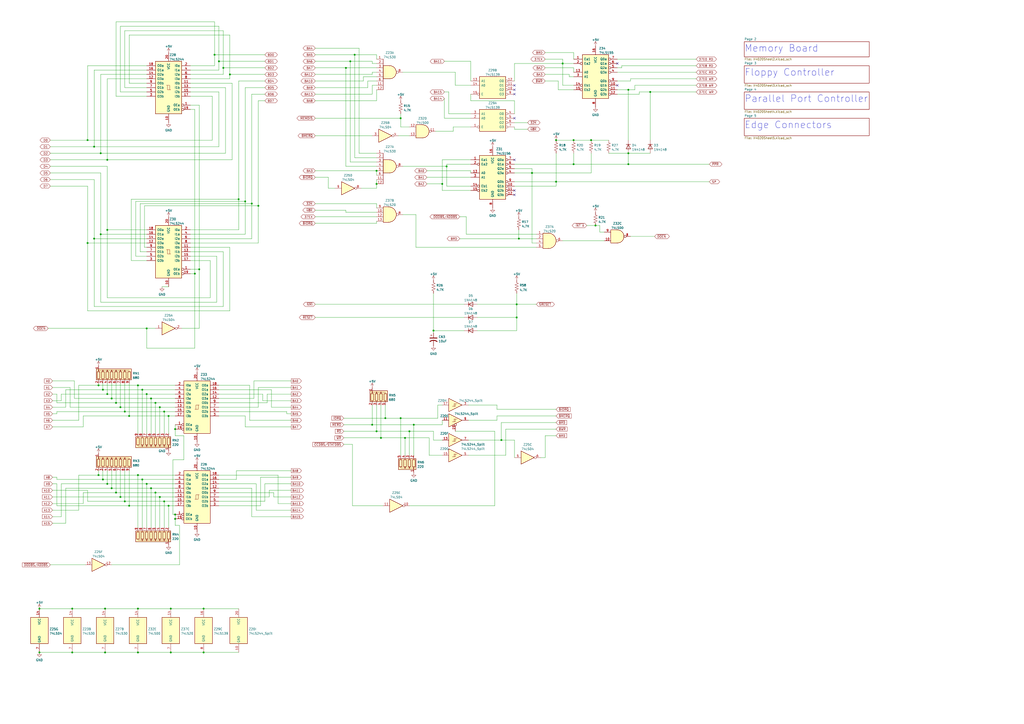
<source format=kicad_sch>
(kicad_sch (version 20211123) (generator eeschema)
  (paper "A2")
  (title_block (title "X-4020 Expander"))
  (lib_symbols
    (symbol "74LS20_1" (pin_names (offset 1.016))
      (property "Reference" "U" (at 0 1.27 0))
      (property "Value" "74LS20_1" (at 0 -1.27 0))
      (symbol "74LS20_1_1_1"
        (pin input line (at -7.62 3.81 0) (length 3.81) (name "~") (number "1"))
        (pin input line (at -7.62 1.27 0) (length 3.81) (name "~") (number "2"))
        (pin input line (at -7.62 -1.27 0) (length 3.81) (name "~") (number "4"))
        (pin input line (at -7.62 -3.81 0) (length 3.81) (name "~") (number "5"))
        (pin output inverted (at 7.62 0 180) (length 3.81) (name "~") (number "6"))
      )
      (symbol "74LS20_1_1_2"
        (pin input inverted (at -7.62 3.81 0) (length 3.81) (name "~") (number "1"))
        (pin input inverted (at -7.62 1.27 0) (length 4.826) (name "~") (number "2"))
        (pin input inverted (at -7.62 -1.27 0) (length 4.826) (name "~") (number "4"))
        (pin input inverted (at -7.62 -3.81 0) (length 3.81) (name "~") (number "5"))
        (pin output line (at 7.62 0 180) (length 3.81) (name "~") (number "6"))
      )
      (symbol "74LS20_1_2_1"
        (pin input line (at -7.62 1.27 0) (length 3.81) (name "~") (number "10"))
        (pin input line (at -7.62 -1.27 0) (length 3.81) (name "~") (number "12"))
        (pin input line (at -7.62 -3.81 0) (length 3.81) (name "~") (number "13"))
        (pin output inverted (at 7.62 0 180) (length 3.81) (name "~") (number "8"))
        (pin input line (at -7.62 3.81 0) (length 3.81) (name "~") (number "9"))
      )
      (symbol "74LS20_1_2_2"
        (pin input inverted (at -7.62 1.27 0) (length 4.826) (name "~") (number "10"))
        (pin input inverted (at -7.62 -1.27 0) (length 4.826) (name "~") (number "12"))
        (pin input inverted (at -7.62 -3.81 0) (length 3.81) (name "~") (number "13"))
        (pin output line (at 7.62 0 180) (length 3.81) (name "~") (number "8"))
        (pin input inverted (at -7.62 3.81 0) (length 3.81) (name "~") (number "9"))
      )
      (symbol "74LS20_1_3_0"
        (pin power_in line (at 0 12.7 270) (length 5.08) (name "VCC") (number "14"))
        (pin power_in line (at 0 -12.7 90) (length 5.08) (name "GND") (number "7"))
      )
    )
    (symbol "74LS20_2" (pin_names (offset 1.016))
      (property "Reference" "U" (at 0 1.27 0))
      (property "Value" "74LS20_2" (at 0 -1.27 0))
      (symbol "74LS20_2_1_1"
        (pin input line (at -7.62 3.81 0) (length 3.81) (name "~") (number "1"))
        (pin input line (at -7.62 1.27 0) (length 3.81) (name "~") (number "2"))
        (pin input line (at -7.62 -1.27 0) (length 3.81) (name "~") (number "4"))
        (pin input line (at -7.62 -3.81 0) (length 3.81) (name "~") (number "5"))
        (pin output inverted (at 7.62 0 180) (length 3.81) (name "~") (number "6"))
      )
      (symbol "74LS20_2_1_2"
        (pin input inverted (at -7.62 3.81 0) (length 3.81) (name "~") (number "1"))
        (pin input inverted (at -7.62 1.27 0) (length 4.826) (name "~") (number "2"))
        (pin input inverted (at -7.62 -1.27 0) (length 4.826) (name "~") (number "4"))
        (pin input inverted (at -7.62 -3.81 0) (length 3.81) (name "~") (number "5"))
        (pin output line (at 7.62 0 180) (length 3.81) (name "~") (number "6"))
      )
      (symbol "74LS20_2_2_1"
        (pin input line (at -7.62 1.27 0) (length 3.81) (name "~") (number "10"))
        (pin input line (at -7.62 -1.27 0) (length 3.81) (name "~") (number "12"))
        (pin input line (at -7.62 -3.81 0) (length 3.81) (name "~") (number "13"))
        (pin output inverted (at 7.62 0 180) (length 3.81) (name "~") (number "8"))
        (pin input line (at -7.62 3.81 0) (length 3.81) (name "~") (number "9"))
      )
      (symbol "74LS20_2_2_2"
        (pin input inverted (at -7.62 1.27 0) (length 4.826) (name "~") (number "10"))
        (pin input inverted (at -7.62 -1.27 0) (length 4.826) (name "~") (number "12"))
        (pin input inverted (at -7.62 -3.81 0) (length 3.81) (name "~") (number "13"))
        (pin output line (at 7.62 0 180) (length 3.81) (name "~") (number "8"))
        (pin input inverted (at -7.62 3.81 0) (length 3.81) (name "~") (number "9"))
      )
      (symbol "74LS20_2_3_0"
        (pin power_in line (at 0 12.7 270) (length 5.08) (name "VCC") (number "14"))
        (pin power_in line (at 0 -12.7 90) (length 5.08) (name "GND") (number "7"))
      )
    )
    (symbol "74xx:74LS00" (pin_names (offset 1.016))
      (property "Reference" "U" (at 0 1.27 0))
      (property "Value" "74LS00" (at 0 -1.27 0))
      (symbol "74LS00_1_1"
        (pin input line (at -7.62 2.54 0) (length 3.81) (name "~") (number "1"))
        (pin input line (at -7.62 -2.54 0) (length 3.81) (name "~") (number "2"))
        (pin output inverted (at 7.62 0 180) (length 3.81) (name "~") (number "3"))
      )
      (symbol "74LS00_1_2"
        (pin input inverted (at -7.62 2.54 0) (length 4.318) (name "~") (number "1"))
        (pin input inverted (at -7.62 -2.54 0) (length 4.318) (name "~") (number "2"))
        (pin output line (at 7.62 0 180) (length 3.81) (name "~") (number "3"))
      )
      (symbol "74LS00_2_1"
        (pin input line (at -7.62 2.54 0) (length 3.81) (name "~") (number "4"))
        (pin input line (at -7.62 -2.54 0) (length 3.81) (name "~") (number "5"))
        (pin output inverted (at 7.62 0 180) (length 3.81) (name "~") (number "6"))
      )
      (symbol "74LS00_2_2"
        (pin input inverted (at -7.62 2.54 0) (length 4.318) (name "~") (number "4"))
        (pin input inverted (at -7.62 -2.54 0) (length 4.318) (name "~") (number "5"))
        (pin output line (at 7.62 0 180) (length 3.81) (name "~") (number "6"))
      )
      (symbol "74LS00_3_1"
        (pin input line (at -7.62 -2.54 0) (length 3.81) (name "~") (number "10"))
        (pin output inverted (at 7.62 0 180) (length 3.81) (name "~") (number "8"))
        (pin input line (at -7.62 2.54 0) (length 3.81) (name "~") (number "9"))
      )
      (symbol "74LS00_3_2"
        (pin input inverted (at -7.62 -2.54 0) (length 4.318) (name "~") (number "10"))
        (pin output line (at 7.62 0 180) (length 3.81) (name "~") (number "8"))
        (pin input inverted (at -7.62 2.54 0) (length 4.318) (name "~") (number "9"))
      )
      (symbol "74LS00_4_1"
        (pin output inverted (at 7.62 0 180) (length 3.81) (name "~") (number "11"))
        (pin input line (at -7.62 2.54 0) (length 3.81) (name "~") (number "12"))
        (pin input line (at -7.62 -2.54 0) (length 3.81) (name "~") (number "13"))
      )
      (symbol "74LS00_4_2"
        (pin output line (at 7.62 0 180) (length 3.81) (name "~") (number "11"))
        (pin input inverted (at -7.62 2.54 0) (length 4.318) (name "~") (number "12"))
        (pin input inverted (at -7.62 -2.54 0) (length 4.318) (name "~") (number "13"))
      )
      (symbol "74LS00_5_0"
        (pin power_in line (at 0 12.7 270) (length 5.08) (name "VCC") (number "14"))
        (pin power_in line (at 0 -12.7 90) (length 5.08) (name "GND") (number "7"))
      )
    )
    (symbol "74xx:74LS04"
      (property "Reference" "U" (at 0 1.27 0))
      (property "Value" "74LS04" (at 0 -1.27 0))
      (symbol "74LS04_1_0"
        (pin input line (at -7.62 0 0) (length 3.81) (name "~") (number "1"))
        (pin output inverted (at 7.62 0 180) (length 3.81) (name "~") (number "2"))
      )
      (symbol "74LS04_2_0"
        (pin input line (at -7.62 0 0) (length 3.81) (name "~") (number "3"))
        (pin output inverted (at 7.62 0 180) (length 3.81) (name "~") (number "4"))
      )
      (symbol "74LS04_3_0"
        (pin input line (at -7.62 0 0) (length 3.81) (name "~") (number "5"))
        (pin output inverted (at 7.62 0 180) (length 3.81) (name "~") (number "6"))
      )
      (symbol "74LS04_4_0"
        (pin output inverted (at 7.62 0 180) (length 3.81) (name "~") (number "8"))
        (pin input line (at -7.62 0 0) (length 3.81) (name "~") (number "9"))
      )
      (symbol "74LS04_5_0"
        (pin output inverted (at 7.62 0 180) (length 3.81) (name "~") (number "10"))
        (pin input line (at -7.62 0 0) (length 3.81) (name "~") (number "11"))
      )
      (symbol "74LS04_6_0"
        (pin output inverted (at 7.62 0 180) (length 3.81) (name "~") (number "12"))
        (pin input line (at -7.62 0 0) (length 3.81) (name "~") (number "13"))
      )
      (symbol "74LS04_7_0"
        (pin power_in line (at 0 12.7 270) (length 5.08) (name "VCC") (number "14"))
        (pin power_in line (at 0 -12.7 90) (length 5.08) (name "GND") (number "7"))
      )
    )
    (symbol "74xx:74LS139" (pin_names (offset 1.016))
      (property "Reference" "U" (at -7.62 8.89 0))
      (property "Value" "74LS139" (at -7.62 -8.89 0))
      (symbol "74LS139_1_0"
        (pin input inverted (at -12.7 -5.08 0) (length 5.08) (name "E") (number "1"))
        (pin input line (at -12.7 0 0) (length 5.08) (name "A0") (number "2"))
        (pin input line (at -12.7 2.54 0) (length 5.08) (name "A1") (number "3"))
        (pin output inverted (at 12.7 2.54 180) (length 5.08) (name "O0") (number "4"))
        (pin output inverted (at 12.7 0 180) (length 5.08) (name "O1") (number "5"))
        (pin output inverted (at 12.7 -2.54 180) (length 5.08) (name "O2") (number "6"))
        (pin output inverted (at 12.7 -5.08 180) (length 5.08) (name "O3") (number "7"))
      )
      (symbol "74LS139_2_0"
        (pin output inverted (at 12.7 -2.54 180) (length 5.08) (name "O2") (number "10"))
        (pin output inverted (at 12.7 0 180) (length 5.08) (name "O1") (number "11"))
        (pin output inverted (at 12.7 2.54 180) (length 5.08) (name "O0") (number "12"))
        (pin input line (at -12.7 2.54 0) (length 5.08) (name "A1") (number "13"))
        (pin input line (at -12.7 0 0) (length 5.08) (name "A0") (number "14"))
        (pin input inverted (at -12.7 -5.08 0) (length 5.08) (name "E") (number "15"))
        (pin output inverted (at 12.7 -5.08 180) (length 5.08) (name "O3") (number "9"))
      )
      (symbol "74LS139_3_0"
        (pin power_in line (at 0 12.7 270) (length 5.08) (name "VCC") (number "16"))
        (pin power_in line (at 0 -12.7 90) (length 5.08) (name "GND") (number "8"))
      )
    )
    (symbol "74xx:74LS155" (pin_names (offset 1.016))
      (property "Reference" "U" (at -7.62 13.97 0))
      (property "Value" "74LS155" (at -7.62 -13.97 0))
      (symbol "74LS155_1_0"
        (pin input line (at -12.7 10.16 0) (length 5.08) (name "Ea1") (number "1"))
        (pin output inverted (at 12.7 -5.08 180) (length 5.08) (name "Q1b") (number "10"))
        (pin output inverted (at 12.7 -7.62 180) (length 5.08) (name "Q2b") (number "11"))
        (pin output inverted (at 12.7 -10.16 180) (length 5.08) (name "Q3b") (number "12"))
        (pin input line (at -12.7 2.54 0) (length 5.08) (name "A0") (number "13"))
        (pin input inverted (at -12.7 -5.08 0) (length 5.08) (name "Eb1") (number "14"))
        (pin input inverted (at -12.7 -7.62 0) (length 5.08) (name "Eb2") (number "15"))
        (pin power_in line (at 0 17.78 270) (length 5.08) (name "VCC") (number "16"))
        (pin input inverted (at -12.7 7.62 0) (length 5.08) (name "Ea2") (number "2"))
        (pin input line (at -12.7 0 0) (length 5.08) (name "A1") (number "3"))
        (pin output inverted (at 12.7 2.54 180) (length 5.08) (name "Q3a") (number "4"))
        (pin output inverted (at 12.7 5.08 180) (length 5.08) (name "Q2a") (number "5"))
        (pin output inverted (at 12.7 7.62 180) (length 5.08) (name "Q1a") (number "6"))
        (pin output inverted (at 12.7 10.16 180) (length 5.08) (name "Q0a") (number "7"))
        (pin power_in line (at 0 -17.78 90) (length 5.08) (name "GND") (number "8"))
        (pin output inverted (at 12.7 -2.54 180) (length 5.08) (name "Q0b") (number "9"))
      )
    )
    (symbol "74xx:74LS156" (pin_names (offset 1.016))
      (property "Reference" "U" (at -7.62 13.97 0))
      (property "Value" "74LS156" (at -7.62 -13.97 0))
      (symbol "74LS156_1_0"
        (pin input line (at -12.7 10.16 0) (length 5.08) (name "Ea1") (number "1"))
        (pin output inverted (at 12.7 -5.08 180) (length 5.08) (name "Q1b") (number "10"))
        (pin output inverted (at 12.7 -7.62 180) (length 5.08) (name "Q2b") (number "11"))
        (pin output inverted (at 12.7 -10.16 180) (length 5.08) (name "Q3b") (number "12"))
        (pin input line (at -12.7 2.54 0) (length 5.08) (name "A0") (number "13"))
        (pin input inverted (at -12.7 -5.08 0) (length 5.08) (name "Eb1") (number "14"))
        (pin input inverted (at -12.7 -7.62 0) (length 5.08) (name "Eb2") (number "15"))
        (pin power_in line (at 0 17.78 270) (length 5.08) (name "VCC") (number "16"))
        (pin input inverted (at -12.7 7.62 0) (length 5.08) (name "Ea2") (number "2"))
        (pin input line (at -12.7 0 0) (length 5.08) (name "A1") (number "3"))
        (pin output inverted (at 12.7 2.54 180) (length 5.08) (name "Q3a") (number "4"))
        (pin output inverted (at 12.7 5.08 180) (length 5.08) (name "Q2a") (number "5"))
        (pin output inverted (at 12.7 7.62 180) (length 5.08) (name "Q1a") (number "6"))
        (pin output inverted (at 12.7 10.16 180) (length 5.08) (name "Q0a") (number "7"))
        (pin power_in line (at 0 -17.78 90) (length 5.08) (name "GND") (number "8"))
        (pin output inverted (at 12.7 -2.54 180) (length 5.08) (name "Q0b") (number "9"))
      )
    )
    (symbol "74xx:74LS20" (pin_names (offset 1.016))
      (property "Reference" "U" (at 0 1.27 0))
      (property "Value" "74LS20" (at 0 -1.27 0))
      (symbol "74LS20_1_1"
        (pin input line (at -7.62 3.81 0) (length 3.81) (name "~") (number "1"))
        (pin input line (at -7.62 1.27 0) (length 3.81) (name "~") (number "2"))
        (pin input line (at -7.62 -1.27 0) (length 3.81) (name "~") (number "4"))
        (pin input line (at -7.62 -3.81 0) (length 3.81) (name "~") (number "5"))
        (pin output inverted (at 7.62 0 180) (length 3.81) (name "~") (number "6"))
      )
      (symbol "74LS20_1_2"
        (pin input inverted (at -7.62 3.81 0) (length 3.81) (name "~") (number "1"))
        (pin input inverted (at -7.62 1.27 0) (length 4.826) (name "~") (number "2"))
        (pin input inverted (at -7.62 -1.27 0) (length 4.826) (name "~") (number "4"))
        (pin input inverted (at -7.62 -3.81 0) (length 3.81) (name "~") (number "5"))
        (pin output line (at 7.62 0 180) (length 3.81) (name "~") (number "6"))
      )
      (symbol "74LS20_2_1"
        (pin input line (at -7.62 1.27 0) (length 3.81) (name "~") (number "10"))
        (pin input line (at -7.62 -1.27 0) (length 3.81) (name "~") (number "12"))
        (pin input line (at -7.62 -3.81 0) (length 3.81) (name "~") (number "13"))
        (pin output inverted (at 7.62 0 180) (length 3.81) (name "~") (number "8"))
        (pin input line (at -7.62 3.81 0) (length 3.81) (name "~") (number "9"))
      )
      (symbol "74LS20_2_2"
        (pin input inverted (at -7.62 1.27 0) (length 4.826) (name "~") (number "10"))
        (pin input inverted (at -7.62 -1.27 0) (length 4.826) (name "~") (number "12"))
        (pin input inverted (at -7.62 -3.81 0) (length 3.81) (name "~") (number "13"))
        (pin output line (at 7.62 0 180) (length 3.81) (name "~") (number "8"))
        (pin input inverted (at -7.62 3.81 0) (length 3.81) (name "~") (number "9"))
      )
      (symbol "74LS20_3_0"
        (pin power_in line (at 0 12.7 270) (length 5.08) (name "VCC") (number "14"))
        (pin power_in line (at 0 -12.7 90) (length 5.08) (name "GND") (number "7"))
      )
    )
    (symbol "74xx:74LS244" (pin_names (offset 1.016))
      (property "Reference" "U" (at -7.62 16.51 0))
      (property "Value" "74LS244" (at -7.62 -16.51 0))
      (symbol "74LS244_1_0"
        (pin input inverted (at -12.7 -10.16 0) (length 5.08) (name "OEa") (number "1"))
        (pin power_in line (at 0 -20.32 90) (length 5.08) (name "GND") (number "10"))
        (pin input line (at -12.7 2.54 0) (length 5.08) (name "I0b") (number "11"))
        (pin tri_state line (at 12.7 5.08 180) (length 5.08) (name "O3a") (number "12"))
        (pin input line (at -12.7 0 0) (length 5.08) (name "I1b") (number "13"))
        (pin tri_state line (at 12.7 7.62 180) (length 5.08) (name "O2a") (number "14"))
        (pin input line (at -12.7 -2.54 0) (length 5.08) (name "I2b") (number "15"))
        (pin tri_state line (at 12.7 10.16 180) (length 5.08) (name "O1a") (number "16"))
        (pin input line (at -12.7 -5.08 0) (length 5.08) (name "I3b") (number "17"))
        (pin tri_state line (at 12.7 12.7 180) (length 5.08) (name "O0a") (number "18"))
        (pin input inverted (at -12.7 -12.7 0) (length 5.08) (name "OEb") (number "19"))
        (pin input line (at -12.7 12.7 0) (length 5.08) (name "I0a") (number "2"))
        (pin power_in line (at 0 20.32 270) (length 5.08) (name "VCC") (number "20"))
        (pin tri_state line (at 12.7 -5.08 180) (length 5.08) (name "O3b") (number "3"))
        (pin input line (at -12.7 10.16 0) (length 5.08) (name "I1a") (number "4"))
        (pin tri_state line (at 12.7 -2.54 180) (length 5.08) (name "O2b") (number "5"))
        (pin input line (at -12.7 7.62 0) (length 5.08) (name "I2a") (number "6"))
        (pin tri_state line (at 12.7 0 180) (length 5.08) (name "O1b") (number "7"))
        (pin input line (at -12.7 5.08 0) (length 5.08) (name "I3a") (number "8"))
        (pin tri_state line (at 12.7 2.54 180) (length 5.08) (name "O0b") (number "9"))
      )
    )
    (symbol "74xx:74LS244_Split"
      (property "Reference" "U" (at 0 1.27 0))
      (property "Value" "74LS244_Split" (at 0 -1.27 0))
      (symbol "74LS244_Split_1_0"
        (pin input inverted (at 0 -6.35 90) (length 4.445) (name "~") (number "1"))
        (pin tri_state line (at 7.62 0 180) (length 3.81) (name "~") (number "18"))
        (pin input line (at -7.62 0 0) (length 3.81) (name "~") (number "2"))
      )
      (symbol "74LS244_Split_2_0"
        (pin tri_state line (at 7.62 0 180) (length 3.81) (name "~") (number "16"))
        (pin input line (at -7.62 0 0) (length 3.81) (name "~") (number "4"))
      )
      (symbol "74LS244_Split_3_0"
        (pin tri_state line (at 7.62 0 180) (length 3.81) (name "~") (number "14"))
        (pin input line (at -7.62 0 0) (length 3.81) (name "~") (number "6"))
      )
      (symbol "74LS244_Split_4_0"
        (pin tri_state line (at 7.62 0 180) (length 3.81) (name "~") (number "12"))
        (pin input line (at -7.62 0 0) (length 3.81) (name "~") (number "8"))
      )
      (symbol "74LS244_Split_5_0"
        (pin input line (at -7.62 0 0) (length 3.81) (name "~") (number "11"))
        (pin input inverted (at 0 -6.35 90) (length 4.445) (name "~") (number "19"))
        (pin tri_state line (at 7.62 0 180) (length 3.81) (name "~") (number "9"))
      )
      (symbol "74LS244_Split_6_0"
        (pin input line (at -7.62 0 0) (length 3.81) (name "~") (number "13"))
        (pin tri_state line (at 7.62 0 180) (length 3.81) (name "~") (number "7"))
      )
      (symbol "74LS244_Split_7_0"
        (pin input line (at -7.62 0 0) (length 3.81) (name "~") (number "15"))
        (pin tri_state line (at 7.62 0 180) (length 3.81) (name "~") (number "5"))
      )
      (symbol "74LS244_Split_8_0"
        (pin input line (at -7.62 0 0) (length 3.81) (name "~") (number "17"))
        (pin tri_state line (at 7.62 0 180) (length 3.81) (name "~") (number "3"))
      )
      (symbol "74LS244_Split_9_0"
        (pin power_in line (at 0 -12.7 90) (length 5.08) (name "GND") (number "10"))
        (pin power_in line (at 0 12.7 270) (length 5.08) (name "VCC") (number "20"))
      )
    )
    (symbol "74xx:74LS30" (pin_names (offset 1.016))
      (property "Reference" "U" (at 0 1.27 0))
      (property "Value" "74LS30" (at 0 -1.27 0))
      (symbol "74LS30_1_1"
        (pin input line (at -7.62 7.62 0) (length 3.81) (name "~") (number "1"))
        (pin input line (at -7.62 -7.62 0) (length 3.81) (name "~") (number "11"))
        (pin input line (at -7.62 -10.16 0) (length 3.81) (name "~") (number "12"))
        (pin input line (at -7.62 5.08 0) (length 3.81) (name "~") (number "2"))
        (pin input line (at -7.62 2.54 0) (length 3.81) (name "~") (number "3"))
        (pin input line (at -7.62 0 0) (length 3.81) (name "~") (number "4"))
        (pin input line (at -7.62 -2.54 0) (length 3.81) (name "~") (number "5"))
        (pin input line (at -7.62 -5.08 0) (length 3.81) (name "~") (number "6"))
        (pin output inverted (at 7.62 0 180) (length 3.81) (name "~") (number "8"))
      )
      (symbol "74LS30_1_2"
        (pin input inverted (at -7.62 7.62 0) (length 3.81) (name "~") (number "1"))
        (pin input inverted (at -7.62 -7.62 0) (length 3.81) (name "~") (number "11"))
        (pin input inverted (at -7.62 -10.16 0) (length 3.81) (name "~") (number "12"))
        (pin input inverted (at -7.62 5.08 0) (length 3.81) (name "~") (number "2"))
        (pin input inverted (at -7.62 2.54 0) (length 4.5466) (name "~") (number "3"))
        (pin input inverted (at -7.62 0 0) (length 5.08) (name "~") (number "4"))
        (pin input inverted (at -7.62 -2.54 0) (length 4.5466) (name "~") (number "5"))
        (pin input inverted (at -7.62 -5.08 0) (length 3.81) (name "~") (number "6"))
        (pin output line (at 7.62 0 180) (length 3.81) (name "~") (number "8"))
      )
      (symbol "74LS30_2_0"
        (pin power_in line (at 0 12.7 270) (length 5.08) (name "VCC") (number "14"))
        (pin power_in line (at 0 -12.7 90) (length 5.08) (name "GND") (number "7"))
      )
    )
    (symbol "Device:C_Polarized_US" (pin_numbers hide) (pin_names (offset 0.254) hide)
      (property "Reference" "C" (at 0.635 2.54 0))
      (property "Value" "C_Polarized_US" (at 0.635 -2.54 0))
      (symbol "C_Polarized_US_1_1"
        (pin passive line (at 0 3.81 270) (length 2.794) (name "~") (number "1"))
        (pin passive line (at 0 -3.81 90) (length 3.302) (name "~") (number "2"))
      )
    )
    (symbol "Device:R_Network04" (pin_names (offset 0) hide)
      (property "Reference" "RN" (at -7.62 0 90))
      (property "Value" "R_Network04" (at 5.08 0 90))
      (symbol "R_Network04_1_1"
        (pin passive line (at -5.08 5.08 270) (length 2.54) (name "common") (number "1"))
        (pin passive line (at -5.08 -5.08 90) (length 1.27) (name "R1") (number "2"))
        (pin passive line (at -2.54 -5.08 90) (length 1.27) (name "R2") (number "3"))
        (pin passive line (at 0 -5.08 90) (length 1.27) (name "R3") (number "4"))
        (pin passive line (at 2.54 -5.08 90) (length 1.27) (name "R4") (number "5"))
      )
    )
    (symbol "Device:R_Network08" (pin_names (offset 0) hide)
      (property "Reference" "RN" (at -12.7 0 90))
      (property "Value" "R_Network08" (at 10.16 0 90))
      (symbol "R_Network08_1_1"
        (pin passive line (at -10.16 5.08 270) (length 2.54) (name "common") (number "1"))
        (pin passive line (at -10.16 -5.08 90) (length 1.27) (name "R1") (number "2"))
        (pin passive line (at -7.62 -5.08 90) (length 1.27) (name "R2") (number "3"))
        (pin passive line (at -5.08 -5.08 90) (length 1.27) (name "R3") (number "4"))
        (pin passive line (at -2.54 -5.08 90) (length 1.27) (name "R4") (number "5"))
        (pin passive line (at 0 -5.08 90) (length 1.27) (name "R5") (number "6"))
        (pin passive line (at 2.54 -5.08 90) (length 1.27) (name "R6") (number "7"))
        (pin passive line (at 5.08 -5.08 90) (length 1.27) (name "R7") (number "8"))
        (pin passive line (at 7.62 -5.08 90) (length 1.27) (name "R8") (number "9"))
      )
    )
    (symbol "Device:R_US" (pin_numbers hide) (pin_names (offset 0))
      (property "Reference" "R" (at 2.54 0 90))
      (property "Value" "R_US" (at -2.54 0 90))
      (symbol "R_US_1_1"
        (pin passive line (at 0 3.81 270) (length 1.27) (name "~") (number "1"))
        (pin passive line (at 0 -3.81 90) (length 1.27) (name "~") (number "2"))
      )
    )
    (symbol "Diode:1N4148" (pin_numbers hide) (pin_names (offset 1.016) hide)
      (property "Reference" "D" (at 0 2.54 0))
      (property "Value" "1N4148" (at 0 -2.54 0))
      (symbol "1N4148_1_1"
        (pin passive line (at -3.81 0 0) (length 2.54) (name "K") (number "1"))
        (pin passive line (at 3.81 0 180) (length 2.54) (name "A") (number "2"))
      )
    )
    (symbol "power:+5V" (power) (pin_names (offset 0))
      (property "Value" "+5V" (at 0 3.556 0))
      (symbol "+5V_1_1"
        (pin power_in line (at 0 0 90) (length 0) hide (name "+5V") (number "1"))
      )
    )
    (symbol "power:GND" (power) (pin_names (offset 0))
      (property "Value" "GND" (at 0 -3.81 0))
      (symbol "GND_1_1"
        (pin power_in line (at 0 0 270) (length 0) hide (name "GND") (number "1"))
      )
    )
  )
  (junction (at 69.85 236.22))
  (junction (at 322.58 105.41))
  (junction (at 85.09 280.67))
  (junction (at 67.31 233.68))
  (junction (at 99.06 353.06))
  (junction (at 290.83 255.27))
  (junction (at 72.39 290.83))
  (junction (at 92.71 288.29))
  (junction (at 364.49 88.9))
  (junction (at 62.23 133.35))
  (junction (at 101.6 298.45))
  (junction (at 72.39 238.76))
  (junction (at 60.96 378.46))
  (junction (at 299.72 184.15))
  (junction (at 332.74 95.25))
  (junction (at 80.01 378.46))
  (junction (at 129.54 39.37))
  (junction (at 62.23 280.67))
  (junction (at 80.01 353.06))
  (junction (at 118.11 378.46))
  (junction (at 87.63 231.14))
  (junction (at 364.49 52.07))
  (junction (at 57.15 223.52))
  (junction (at 234.95 254))
  (junction (at 322.58 81.28))
  (junction (at 85.09 228.6))
  (junction (at 67.31 285.75))
  (junction (at 205.74 31.75))
  (junction (at 59.69 278.13))
  (junction (at 345.44 130.81))
  (junction (at 82.55 226.06))
  (junction (at 200.66 39.37))
  (junction (at 118.11 353.06))
  (junction (at 99.06 378.46))
  (junction (at 113.03 158.75))
  (junction (at 342.9 81.28))
  (junction (at 22.86 378.46))
  (junction (at 64.77 231.14))
  (junction (at 300.99 138.43))
  (junction (at 223.52 242.57))
  (junction (at 240.03 246.38))
  (junction (at 364.49 95.25))
  (junction (at 232.41 242.57))
  (junction (at 58.42 88.9))
  (junction (at 232.41 68.58))
  (junction (at 308.61 100.33))
  (junction (at 41.91 353.06))
  (junction (at 64.77 283.21))
  (junction (at 57.15 275.59))
  (junction (at 69.85 288.29))
  (junction (at 74.93 293.37))
  (junction (at 22.86 353.06))
  (junction (at 82.55 278.13))
  (junction (at 90.17 233.68))
  (junction (at 60.96 353.06))
  (junction (at 58.42 135.89))
  (junction (at 215.9 246.38))
  (junction (at 41.91 378.46))
  (junction (at 124.46 31.75))
  (junction (at 133.35 43.18))
  (junction (at 332.74 81.28))
  (junction (at 101.6 248.92))
  (junction (at 95.25 290.83))
  (junction (at 149.86 119.38))
  (junction (at 218.44 106.68))
  (junction (at 251.46 191.77))
  (junction (at 74.93 241.3))
  (junction (at 62.23 228.6))
  (junction (at 80.01 275.59))
  (junction (at 256.54 106.68))
  (junction (at 146.05 118.11))
  (junction (at 87.63 283.21))
  (junction (at 54.61 85.09))
  (junction (at 85.09 190.5))
  (junction (at 237.49 250.19))
  (junction (at 92.71 236.22))
  (junction (at 115.57 156.21))
  (junction (at 90.17 285.75))
  (junction (at 203.2 35.56))
  (junction (at 299.72 176.53))
  (junction (at 54.61 138.43))
  (junction (at 218.44 250.19))
  (junction (at 259.08 96.52))
  (junction (at 220.98 254))
  (junction (at 50.8 81.28))
  (junction (at 97.79 241.3))
  (junction (at 101.6 300.99))
  (junction (at 50.8 140.97))
  (junction (at 95.25 238.76))
  (junction (at 127 35.56))
  (junction (at 142.24 116.84))
  (junction (at 59.69 226.06))
  (junction (at 218.44 99.06))
  (junction (at 377.19 53.34))
  (junction (at 138.43 115.57))
  (junction (at 62.23 92.71))
  (junction (at 80.01 223.52))
  (junction (at 97.79 293.37))
  (junction (at 326.39 36.83))
  (no_connect (at 298.45 49.53))
  (no_connect (at 298.45 52.07))
  (no_connect (at 298.45 54.61))
  (no_connect (at 298.45 68.58))
  (no_connect (at 358.14 36.83))
  (no_connect (at 358.14 49.53))
  (no_connect (at 298.45 113.03))
  (no_connect (at 298.45 110.49))
  (no_connect (at 298.45 92.71))
  (wire (pts (xy 92.71 288.29) (xy 101.6 288.29)))
  (wire (pts (xy 251.46 191.77) (xy 251.46 193.04)))
  (wire (pts (xy 72.39 273.05) (xy 72.39 290.83)))
  (wire (pts (xy 85.09 53.34) (xy 69.85 53.34)))
  (wire (pts (xy 276.86 184.15) (xy 299.72 184.15)))
  (wire (pts (xy 121.92 151.13) (xy 110.49 151.13)))
  (wire (pts (xy 54.61 40.64) (xy 85.09 40.64)))
  (wire (pts (xy 256.54 110.49) (xy 256.54 106.68)))
  (wire (pts (xy 190.5 102.87) (xy 190.5 109.22)))
  (wire (pts (xy 22.86 378.46) (xy 41.91 378.46)))
  (wire (pts (xy 101.6 223.52) (xy 80.01 223.52)))
  (wire (pts (xy 124.46 38.1) (xy 124.46 31.75)))
  (wire (pts (xy 353.06 88.9) (xy 364.49 88.9)))
  (wire (pts (xy 218.44 106.68) (xy 218.44 104.14)))
  (wire (pts (xy 33.02 233.68) (xy 33.02 228.6)))
  (wire (pts (xy 273.05 46.99) (xy 273.05 35.56)))
  (wire (pts (xy 298.45 95.25) (xy 332.74 95.25)))
  (wire (pts (xy 364.49 95.25) (xy 411.48 95.25)))
  (wire (pts (xy 101.6 252.73) (xy 106.68 252.73)))
  (wire (pts (xy 218.44 250.19) (xy 237.49 250.19)))
  (wire (pts (xy 92.71 236.22) (xy 92.71 251.46)))
  (wire (pts (xy 205.74 31.75) (xy 218.44 31.75)))
  (wire (pts (xy 149.86 119.38) (xy 149.86 58.42)))
  (wire (pts (xy 182.88 35.56) (xy 203.2 35.56)))
  (wire (pts (xy 271.78 264.16) (xy 293.37 264.16)))
  (wire (pts (xy 298.45 36.83) (xy 298.45 46.99)))
  (wire (pts (xy 364.49 88.9) (xy 364.49 95.25)))
  (wire (pts (xy 358.14 54.61) (xy 370.84 54.61)))
  (wire (pts (xy 156.21 284.48) (xy 156.21 288.29)))
  (wire (pts (xy 290.83 255.27) (xy 290.83 245.11)))
  (wire (pts (xy 62.23 280.67) (xy 35.56 280.67)))
  (wire (pts (xy 364.49 52.07) (xy 364.49 81.28)))
  (wire (pts (xy 85.09 151.13) (xy 76.2 151.13)))
  (wire (pts (xy 110.49 43.18) (xy 129.54 43.18)))
  (wire (pts (xy 308.61 100.33) (xy 342.9 100.33)))
  (wire (pts (xy 262.89 73.66) (xy 273.05 73.66)))
  (wire (pts (xy 29.21 100.33) (xy 58.42 100.33)))
  (wire (pts (xy 110.49 133.35) (xy 138.43 133.35)))
  (wire (pts (xy 67.31 55.88) (xy 67.31 12.7)))
  (wire (pts (xy 200.66 123.19) (xy 200.66 121.92)))
  (wire (pts (xy 332.74 39.37) (xy 332.74 41.91)))
  (wire (pts (xy 69.85 15.24) (xy 127 15.24)))
  (wire (pts (xy 80.01 378.46) (xy 99.06 378.46)))
  (wire (pts (xy 182.88 125.73) (xy 218.44 125.73)))
  (wire (pts (xy 345.44 130.81) (xy 340.36 130.81)))
  (wire (pts (xy 182.88 46.99) (xy 210.82 46.99)))
  (wire (pts (xy 85.09 148.59) (xy 78.74 148.59)))
  (wire (pts (xy 59.69 278.13) (xy 82.55 278.13)))
  (wire (pts (xy 311.15 135.89) (xy 270.51 135.89)))
  (wire (pts (xy 288.29 241.3) (xy 322.58 241.3)))
  (wire (pts (xy 101.6 231.14) (xy 87.63 231.14)))
  (wire (pts (xy 85.09 50.8) (xy 72.39 50.8)))
  (wire (pts (xy 241.3 143.51) (xy 241.3 124.46)))
  (wire (pts (xy 252.73 76.2) (xy 262.89 76.2)))
  (wire (pts (xy 67.31 285.75) (xy 90.17 285.75)))
  (wire (pts (xy 35.56 228.6) (xy 35.56 232.41)))
  (wire (pts (xy 251.46 250.19) (xy 251.46 255.27)))
  (wire (pts (xy 62.23 92.71) (xy 62.23 45.72)))
  (wire (pts (xy 209.55 109.22) (xy 218.44 109.22)))
  (wire (pts (xy 127 241.3) (xy 142.24 241.3)))
  (wire (pts (xy 322.58 81.28) (xy 332.74 81.28)))
  (wire (pts (xy 64.77 231.14) (xy 87.63 231.14)))
  (wire (pts (xy 48.26 292.1) (xy 30.48 292.1)))
  (wire (pts (xy 50.8 81.28) (xy 123.19 81.28)))
  (wire (pts (xy 218.44 109.22) (xy 218.44 106.68)))
  (wire (pts (xy 182.88 31.75) (xy 205.74 31.75)))
  (wire (pts (xy 332.74 30.48) (xy 316.23 30.48)))
  (wire (pts (xy 234.95 254) (xy 234.95 264.16)))
  (wire (pts (xy 273.05 107.95) (xy 259.08 107.95)))
  (wire (pts (xy 298.45 66.04) (xy 298.45 58.42)))
  (wire (pts (xy 308.61 97.79) (xy 308.61 100.33)))
  (wire (pts (xy 57.15 273.05) (xy 57.15 275.59)))
  (wire (pts (xy 298.45 58.42) (xy 273.05 58.42)))
  (wire (pts (xy 74.93 273.05) (xy 74.93 293.37)))
  (wire (pts (xy 110.49 135.89) (xy 142.24 135.89)))
  (wire (pts (xy 326.39 49.53) (xy 332.74 49.53)))
  (wire (pts (xy 208.28 27.94) (xy 208.28 88.9)))
  (wire (pts (xy 101.6 246.38) (xy 101.6 248.92)))
  (wire (pts (xy 276.86 191.77) (xy 299.72 191.77)))
  (wire (pts (xy 146.05 138.43) (xy 146.05 118.11)))
  (wire (pts (xy 93.98 166.37) (xy 97.79 166.37)))
  (wire (pts (xy 121.92 172.72) (xy 121.92 151.13)))
  (wire (pts (xy 48.26 241.3) (xy 74.93 241.3)))
  (wire (pts (xy 110.49 63.5) (xy 113.03 63.5)))
  (wire (pts (xy 85.09 143.51) (xy 83.82 143.51)))
  (wire (pts (xy 288.29 243.84) (xy 288.29 241.3)))
  (wire (pts (xy 377.19 53.34) (xy 403.86 53.34)))
  (wire (pts (xy 58.42 135.89) (xy 58.42 175.26)))
  (wire (pts (xy 118.11 378.46) (xy 138.43 378.46)))
  (wire (pts (xy 67.31 12.7) (xy 124.46 12.7)))
  (wire (pts (xy 358.14 41.91) (xy 403.86 41.91)))
  (wire (pts (xy 115.57 60.96) (xy 110.49 60.96)))
  (wire (pts (xy 64.77 283.21) (xy 38.1 283.21)))
  (wire (pts (xy 146.05 283.21) (xy 127 283.21)))
  (wire (pts (xy 101.6 233.68) (xy 90.17 233.68)))
  (wire (pts (xy 62.23 228.6) (xy 85.09 228.6)))
  (wire (pts (xy 287.02 250.19) (xy 287.02 293.37)))
  (wire (pts (xy 237.49 250.19) (xy 251.46 250.19)))
  (wire (pts (xy 67.31 233.68) (xy 90.17 233.68)))
  (wire (pts (xy 97.79 241.3) (xy 97.79 251.46)))
  (wire (pts (xy 370.84 54.61) (xy 370.84 53.34)))
  (wire (pts (xy 316.23 265.43) (xy 316.23 252.73)))
  (wire (pts (xy 322.58 105.41) (xy 411.48 105.41)))
  (wire (pts (xy 38.1 303.53) (xy 30.48 303.53)))
  (wire (pts (xy 316.23 43.18) (xy 330.2 43.18)))
  (wire (pts (xy 237.49 264.16) (xy 237.49 250.19)))
  (wire (pts (xy 358.14 52.07) (xy 364.49 52.07)))
  (wire (pts (xy 218.44 234.95) (xy 218.44 250.19)))
  (wire (pts (xy 67.31 273.05) (xy 67.31 285.75)))
  (wire (pts (xy 149.86 236.22) (xy 149.86 224.79)))
  (wire (pts (xy 365.76 46.99) (xy 365.76 45.72)))
  (wire (pts (xy 270.51 135.89) (xy 270.51 125.73)))
  (wire (pts (xy 133.35 20.32) (xy 133.35 43.18)))
  (wire (pts (xy 233.68 96.52) (xy 259.08 96.52)))
  (wire (pts (xy 57.15 223.52) (xy 80.01 223.52)))
  (wire (pts (xy 290.83 245.11) (xy 322.58 245.11)))
  (wire (pts (xy 166.37 238.76) (xy 166.37 240.03)))
  (wire (pts (xy 168.91 292.1) (xy 161.29 292.1)))
  (wire (pts (xy 113.03 201.93) (xy 113.03 158.75)))
  (wire (pts (xy 85.09 146.05) (xy 81.28 146.05)))
  (wire (pts (xy 58.42 88.9) (xy 58.42 43.18)))
  (wire (pts (xy 101.6 241.3) (xy 97.79 241.3)))
  (wire (pts (xy 125.73 175.26) (xy 125.73 148.59)))
  (wire (pts (xy 33.02 280.67) (xy 30.48 280.67)))
  (wire (pts (xy 237.49 293.37) (xy 287.02 293.37)))
  (wire (pts (xy 81.28 146.05) (xy 81.28 118.11)))
  (wire (pts (xy 182.88 176.53) (xy 269.24 176.53)))
  (wire (pts (xy 364.49 52.07) (xy 368.3 52.07)))
  (wire (pts (xy 256.54 246.38) (xy 256.54 243.84)))
  (wire (pts (xy 50.8 81.28) (xy 50.8 38.1)))
  (wire (pts (xy 142.24 247.65) (xy 168.91 247.65)))
  (wire (pts (xy 85.09 228.6) (xy 85.09 251.46)))
  (wire (pts (xy 323.85 52.07) (xy 332.74 52.07)))
  (wire (pts (xy 218.44 123.19) (xy 200.66 123.19)))
  (wire (pts (xy 127 40.64) (xy 127 35.56)))
  (wire (pts (xy 95.25 290.83) (xy 101.6 290.83)))
  (wire (pts (xy 110.49 158.75) (xy 113.03 158.75)))
  (wire (pts (xy 90.17 285.75) (xy 90.17 306.07)))
  (wire (pts (xy 127 228.6) (xy 152.4 228.6)))
  (wire (pts (xy 110.49 138.43) (xy 146.05 138.43)))
  (wire (pts (xy 368.3 49.53) (xy 403.86 49.53)))
  (wire (pts (xy 48.26 285.75) (xy 48.26 292.1)))
  (wire (pts (xy 50.8 290.83) (xy 72.39 290.83)))
  (wire (pts (xy 64.77 273.05) (xy 64.77 283.21)))
  (wire (pts (xy 205.74 91.44) (xy 205.74 31.75)))
  (wire (pts (xy 288.29 237.49) (xy 288.29 234.95)))
  (wire (pts (xy 299.72 191.77) (xy 299.72 184.15)))
  (wire (pts (xy 232.41 73.66) (xy 232.41 68.58)))
  (wire (pts (xy 40.64 236.22) (xy 69.85 236.22)))
  (wire (pts (xy 57.15 222.25) (xy 57.15 223.52)))
  (wire (pts (xy 90.17 285.75) (xy 101.6 285.75)))
  (wire (pts (xy 62.23 133.35) (xy 62.23 172.72)))
  (wire (pts (xy 58.42 43.18) (xy 85.09 43.18)))
  (wire (pts (xy 213.36 46.99) (xy 213.36 50.8)))
  (wire (pts (xy 152.4 232.41) (xy 168.91 232.41)))
  (wire (pts (xy 85.09 55.88) (xy 67.31 55.88)))
  (wire (pts (xy 58.42 135.89) (xy 85.09 135.89)))
  (wire (pts (xy 54.61 177.8) (xy 129.54 177.8)))
  (wire (pts (xy 43.18 220.98) (xy 30.48 220.98)))
  (wire (pts (xy 40.64 224.79) (xy 30.48 224.79)))
  (wire (pts (xy 69.85 288.29) (xy 92.71 288.29)))
  (wire (pts (xy 316.23 39.37) (xy 332.74 39.37)))
  (wire (pts (xy 123.19 55.88) (xy 110.49 55.88)))
  (wire (pts (xy 240.03 246.38) (xy 240.03 264.16)))
  (wire (pts (xy 260.35 53.34) (xy 257.81 53.34)))
  (wire (pts (xy 50.8 38.1) (xy 85.09 38.1)))
  (wire (pts (xy 29.21 96.52) (xy 62.23 96.52)))
  (wire (pts (xy 161.29 292.1) (xy 161.29 275.59)))
  (wire (pts (xy 299.72 176.53) (xy 311.15 176.53)))
  (wire (pts (xy 45.72 223.52) (xy 57.15 223.52)))
  (wire (pts (xy 153.67 280.67) (xy 153.67 290.83)))
  (wire (pts (xy 199.39 250.19) (xy 218.44 250.19)))
  (wire (pts (xy 350.52 134.62) (xy 347.98 134.62)))
  (wire (pts (xy 298.45 100.33) (xy 308.61 100.33)))
  (wire (pts (xy 218.44 36.83) (xy 215.9 36.83)))
  (wire (pts (xy 33.02 240.03) (xy 30.48 240.03)))
  (wire (pts (xy 358.14 46.99) (xy 365.76 46.99)))
  (wire (pts (xy 293.37 264.16) (xy 293.37 248.92)))
  (wire (pts (xy 368.3 52.07) (xy 368.3 49.53)))
  (wire (pts (xy 35.56 280.67) (xy 35.56 299.72)))
  (wire (pts (xy 72.39 222.25) (xy 72.39 238.76)))
  (wire (pts (xy 288.29 234.95) (xy 271.78 234.95)))
  (wire (pts (xy 370.84 53.34) (xy 377.19 53.34)))
  (wire (pts (xy 60.96 378.46) (xy 80.01 378.46)))
  (wire (pts (xy 322.58 107.95) (xy 322.58 105.41)))
  (wire (pts (xy 101.6 236.22) (xy 92.71 236.22)))
  (wire (pts (xy 347.98 134.62) (xy 347.98 130.81)))
  (wire (pts (xy 29.21 85.09) (xy 54.61 85.09)))
  (wire (pts (xy 101.6 280.67) (xy 85.09 280.67)))
  (wire (pts (xy 124.46 12.7) (xy 124.46 31.75)))
  (wire (pts (xy 38.1 236.22) (xy 30.48 236.22)))
  (wire (pts (xy 142.24 50.8) (xy 153.67 50.8)))
  (wire (pts (xy 50.8 140.97) (xy 85.09 140.97)))
  (wire (pts (xy 87.63 283.21) (xy 87.63 306.07)))
  (wire (pts (xy 220.98 234.95) (xy 220.98 254)))
  (wire (pts (xy 33.02 278.13) (xy 33.02 276.86)))
  (wire (pts (xy 182.88 68.58) (xy 232.41 68.58)))
  (wire (pts (xy 101.6 248.92) (xy 101.6 252.73)))
  (wire (pts (xy 69.85 273.05) (xy 69.85 288.29)))
  (wire (pts (xy 133.35 43.18) (xy 153.67 43.18)))
  (wire (pts (xy 218.44 58.42) (xy 182.88 58.42)))
  (wire (pts (xy 203.2 93.98) (xy 203.2 35.56)))
  (wire (pts (xy 95.25 290.83) (xy 95.25 306.07)))
  (wire (pts (xy 148.59 295.91) (xy 148.59 280.67)))
  (wire (pts (xy 50.8 284.48) (xy 30.48 284.48)))
  (wire (pts (xy 264.16 41.91) (xy 233.68 41.91)))
  (wire (pts (xy 133.35 180.34) (xy 133.35 143.51)))
  (wire (pts (xy 74.93 222.25) (xy 74.93 241.3)))
  (wire (pts (xy 59.69 226.06) (xy 82.55 226.06)))
  (wire (pts (xy 273.05 35.56) (xy 257.81 35.56)))
  (wire (pts (xy 148.59 280.67) (xy 127 280.67)))
  (wire (pts (xy 200.66 96.52) (xy 200.66 39.37)))
  (wire (pts (xy 48.26 285.75) (xy 67.31 285.75)))
  (wire (pts (xy 33.02 293.37) (xy 74.93 293.37)))
  (wire (pts (xy 158.75 285.75) (xy 127 285.75)))
  (wire (pts (xy 168.91 273.05) (xy 137.16 273.05)))
  (wire (pts (xy 240.03 246.38) (xy 256.54 246.38)))
  (wire (pts (xy 48.26 247.65) (xy 30.48 247.65)))
  (wire (pts (xy 254 242.57) (xy 254 234.95)))
  (wire (pts (xy 322.58 105.41) (xy 322.58 88.9)))
  (wire (pts (xy 247.65 102.87) (xy 273.05 102.87)))
  (wire (pts (xy 247.65 106.68) (xy 256.54 106.68)))
  (wire (pts (xy 123.19 81.28) (xy 123.19 55.88)))
  (wire (pts (xy 62.23 222.25) (xy 62.23 228.6)))
  (wire (pts (xy 76.2 115.57) (xy 138.43 115.57)))
  (wire (pts (xy 113.03 63.5) (xy 113.03 158.75)))
  (wire (pts (xy 41.91 353.06) (xy 60.96 353.06)))
  (wire (pts (xy 72.39 50.8) (xy 72.39 17.78)))
  (wire (pts (xy 293.37 248.92) (xy 322.58 248.92)))
  (wire (pts (xy 129.54 39.37) (xy 153.67 39.37)))
  (wire (pts (xy 41.91 378.46) (xy 60.96 378.46)))
  (wire (pts (xy 59.69 273.05) (xy 59.69 278.13)))
  (wire (pts (xy 215.9 49.53) (xy 218.44 49.53)))
  (wire (pts (xy 264.16 49.53) (xy 264.16 41.91)))
  (wire (pts (xy 182.88 99.06) (xy 218.44 99.06)))
  (wire (pts (xy 125.73 148.59) (xy 110.49 148.59)))
  (wire (pts (xy 64.77 222.25) (xy 64.77 231.14)))
  (wire (pts (xy 106.68 252.73) (xy 106.68 266.7)))
  (wire (pts (xy 223.52 234.95) (xy 223.52 242.57)))
  (wire (pts (xy 257.81 68.58) (xy 257.81 57.15)))
  (wire (pts (xy 115.57 190.5) (xy 115.57 156.21)))
  (wire (pts (xy 80.01 306.07) (xy 80.01 275.59)))
  (wire (pts (xy 137.16 273.05) (xy 137.16 278.13)))
  (wire (pts (xy 153.67 290.83) (xy 127 290.83)))
  (wire (pts (xy 149.86 224.79) (xy 168.91 224.79)))
  (wire (pts (xy 129.54 43.18) (xy 129.54 39.37)))
  (wire (pts (xy 138.43 46.99) (xy 153.67 46.99)))
  (wire (pts (xy 78.74 116.84) (xy 142.24 116.84)))
  (wire (pts (xy 62.23 96.52) (xy 62.23 133.35)))
  (wire (pts (xy 82.55 226.06) (xy 101.6 226.06)))
  (wire (pts (xy 43.18 231.14) (xy 43.18 220.98)))
  (wire (pts (xy 43.18 231.14) (xy 64.77 231.14)))
  (wire (pts (xy 142.24 116.84) (xy 142.24 50.8)))
  (wire (pts (xy 241.3 124.46) (xy 233.68 124.46)))
  (wire (pts (xy 298.45 97.79) (xy 308.61 97.79)))
  (wire (pts (xy 83.82 143.51) (xy 83.82 119.38)))
  (wire (pts (xy 149.86 58.42) (xy 153.67 58.42)))
  (wire (pts (xy 157.48 226.06) (xy 157.48 236.22)))
  (wire (pts (xy 134.62 92.71) (xy 134.62 48.26)))
  (wire (pts (xy 110.49 40.64) (xy 127 40.64)))
  (wire (pts (xy 85.09 48.26) (xy 74.93 48.26)))
  (wire (pts (xy 168.91 284.48) (xy 156.21 284.48)))
  (wire (pts (xy 105.41 190.5) (xy 115.57 190.5)))
  (wire (pts (xy 85.09 228.6) (xy 101.6 228.6)))
  (wire (pts (xy 101.6 283.21) (xy 87.63 283.21)))
  (wire (pts (xy 200.66 121.92) (xy 182.88 121.92)))
  (wire (pts (xy 80.01 353.06) (xy 99.06 353.06)))
  (wire (pts (xy 300.99 138.43) (xy 311.15 138.43)))
  (wire (pts (xy 308.61 100.33) (xy 308.61 140.97)))
  (wire (pts (xy 74.93 20.32) (xy 133.35 20.32)))
  (wire (pts (xy 299.72 176.53) (xy 299.72 170.18)))
  (wire (pts (xy 300.99 133.35) (xy 300.99 138.43)))
  (wire (pts (xy 38.1 283.21) (xy 38.1 303.53)))
  (wire (pts (xy 254 234.95) (xy 256.54 234.95)))
  (wire (pts (xy 218.44 99.06) (xy 218.44 101.6)))
  (wire (pts (xy 29.21 327.66) (xy 49.53 327.66)))
  (wire (pts (xy 200.66 39.37) (xy 218.44 39.37)))
  (wire (pts (xy 204.47 293.37) (xy 222.25 293.37)))
  (wire (pts (xy 142.24 135.89) (xy 142.24 116.84)))
  (wire (pts (xy 54.61 138.43) (xy 54.61 177.8)))
  (wire (pts (xy 232.41 68.58) (xy 232.41 66.04)))
  (wire (pts (xy 298.45 255.27) (xy 298.45 265.43)))
  (wire (pts (xy 69.85 53.34) (xy 69.85 15.24)))
  (wire (pts (xy 152.4 228.6) (xy 152.4 232.41)))
  (wire (pts (xy 326.39 139.7) (xy 350.52 139.7)))
  (wire (pts (xy 115.57 156.21) (xy 110.49 156.21)))
  (wire (pts (xy 365.76 45.72) (xy 403.86 45.72)))
  (wire (pts (xy 62.23 273.05) (xy 62.23 280.67)))
  (wire (pts (xy 247.65 99.06) (xy 273.05 99.06)))
  (wire (pts (xy 130.81 88.9) (xy 130.81 50.8)))
  (wire (pts (xy 365.76 137.16) (xy 379.73 137.16)))
  (wire (pts (xy 326.39 36.83) (xy 332.74 36.83)))
  (wire (pts (xy 127 231.14) (xy 147.32 231.14)))
  (wire (pts (xy 259.08 95.25) (xy 273.05 95.25)))
  (wire (pts (xy 33.02 278.13) (xy 59.69 278.13)))
  (wire (pts (xy 69.85 236.22) (xy 92.71 236.22)))
  (wire (pts (xy 40.64 236.22) (xy 40.64 224.79)))
  (wire (pts (xy 264.16 250.19) (xy 287.02 250.19)))
  (wire (pts (xy 134.62 48.26) (xy 110.49 48.26)))
  (wire (pts (xy 316.23 46.99) (xy 323.85 46.99)))
  (wire (pts (xy 259.08 107.95) (xy 259.08 96.52)))
  (wire (pts (xy 298.45 105.41) (xy 322.58 105.41)))
  (wire (pts (xy 144.78 243.84) (xy 168.91 243.84)))
  (wire (pts (xy 168.91 288.29) (xy 158.75 288.29)))
  (wire (pts (xy 330.2 44.45) (xy 332.74 44.45)))
  (wire (pts (xy 62.23 45.72) (xy 85.09 45.72)))
  (wire (pts (xy 80.01 275.59) (xy 101.6 275.59)))
  (wire (pts (xy 58.42 100.33) (xy 58.42 135.89)))
  (wire (pts (xy 358.14 39.37) (xy 360.68 39.37)))
  (wire (pts (xy 347.98 130.81) (xy 345.44 130.81)))
  (wire (pts (xy 218.44 31.75) (xy 218.44 34.29)))
  (wire (pts (xy 110.49 45.72) (xy 133.35 45.72)))
  (wire (pts (xy 69.85 222.25) (xy 69.85 236.22)))
  (wire (pts (xy 87.63 231.14) (xy 87.63 251.46)))
  (wire (pts (xy 29.21 107.95) (xy 50.8 107.95)))
  (wire (pts (xy 99.06 353.06) (xy 118.11 353.06)))
  (wire (pts (xy 62.23 133.35) (xy 85.09 133.35)))
  (wire (pts (xy 146.05 54.61) (xy 153.67 54.61)))
  (wire (pts (xy 130.81 50.8) (xy 110.49 50.8)))
  (wire (pts (xy 76.2 151.13) (xy 76.2 115.57)))
  (wire (pts (xy 182.88 54.61) (xy 215.9 54.61)))
  (wire (pts (xy 256.54 92.71) (xy 273.05 92.71)))
  (wire (pts (xy 182.88 184.15) (xy 269.24 184.15)))
  (wire (pts (xy 110.49 38.1) (xy 124.46 38.1)))
  (wire (pts (xy 168.91 299.72) (xy 146.05 299.72)))
  (wire (pts (xy 99.06 378.46) (xy 118.11 378.46)))
  (wire (pts (xy 27.94 190.5) (xy 85.09 190.5)))
  (wire (pts (xy 182.88 39.37) (xy 200.66 39.37)))
  (wire (pts (xy 124.46 31.75) (xy 153.67 31.75)))
  (wire (pts (xy 22.86 353.06) (xy 41.91 353.06)))
  (wire (pts (xy 360.68 38.1) (xy 403.86 38.1)))
  (wire (pts (xy 204.47 257.81) (xy 204.47 293.37)))
  (wire (pts (xy 33.02 293.37) (xy 33.02 280.67)))
  (wire (pts (xy 29.21 104.14) (xy 54.61 104.14)))
  (wire (pts (xy 29.21 92.71) (xy 62.23 92.71)))
  (wire (pts (xy 35.56 228.6) (xy 62.23 228.6)))
  (wire (pts (xy 182.88 129.54) (xy 218.44 129.54)))
  (wire (pts (xy 182.88 102.87) (xy 190.5 102.87)))
  (wire (pts (xy 45.72 223.52) (xy 45.72 243.84)))
  (wire (pts (xy 158.75 288.29) (xy 158.75 285.75)))
  (wire (pts (xy 38.1 226.06) (xy 59.69 226.06)))
  (wire (pts (xy 101.6 298.45) (xy 101.6 300.99)))
  (wire (pts (xy 298.45 36.83) (xy 326.39 36.83)))
  (wire (pts (xy 151.13 276.86) (xy 151.13 293.37)))
  (wire (pts (xy 127 223.52) (xy 144.78 223.52)))
  (wire (pts (xy 256.54 264.16) (xy 248.92 264.16)))
  (wire (pts (xy 298.45 71.12) (xy 306.07 71.12)))
  (wire (pts (xy 58.42 175.26) (xy 125.73 175.26)))
  (wire (pts (xy 298.45 107.95) (xy 322.58 107.95)))
  (wire (pts (xy 74.93 241.3) (xy 97.79 241.3)))
  (wire (pts (xy 266.7 138.43) (xy 300.99 138.43)))
  (wire (pts (xy 54.61 138.43) (xy 85.09 138.43)))
  (wire (pts (xy 218.44 91.44) (xy 205.74 91.44)))
  (wire (pts (xy 316.23 252.73) (xy 322.58 252.73)))
  (wire (pts (xy 62.23 172.72) (xy 121.92 172.72)))
  (wire (pts (xy 326.39 34.29) (xy 326.39 36.83)))
  (wire (pts (xy 142.24 241.3) (xy 142.24 247.65)))
  (wire (pts (xy 137.16 278.13) (xy 127 278.13)))
  (wire (pts (xy 85.09 190.5) (xy 85.09 201.93)))
  (wire (pts (xy 48.26 241.3) (xy 48.26 247.65)))
  (wire (pts (xy 33.02 238.76) (xy 72.39 238.76)))
  (wire (pts (xy 166.37 240.03) (xy 168.91 240.03)))
  (wire (pts (xy 215.9 43.18) (xy 215.9 41.91)))
  (wire (pts (xy 101.6 300.99) (xy 101.6 304.8)))
  (wire (pts (xy 110.49 140.97) (xy 149.86 140.97)))
  (wire (pts (xy 100.33 266.7) (xy 106.68 266.7)))
  (wire (pts (xy 35.56 232.41) (xy 30.48 232.41)))
  (wire (pts (xy 298.45 74.93) (xy 298.45 73.66)))
  (wire (pts (xy 82.55 226.06) (xy 82.55 251.46)))
  (wire (pts (xy 273.05 66.04) (xy 260.35 66.04)))
  (wire (pts (xy 182.88 27.94) (xy 208.28 27.94)))
  (wire (pts (xy 316.23 34.29) (xy 326.39 34.29)))
  (wire (pts (xy 100.33 298.45) (xy 100.33 266.7)))
  (wire (pts (xy 218.44 93.98) (xy 203.2 93.98)))
  (wire (pts (xy 82.55 278.13) (xy 82.55 306.07)))
  (wire (pts (xy 199.39 246.38) (xy 215.9 246.38)))
  (wire (pts (xy 133.35 45.72) (xy 133.35 43.18)))
  (wire (pts (xy 58.42 88.9) (xy 130.81 88.9)))
  (wire (pts (xy 276.86 176.53) (xy 299.72 176.53)))
  (wire (pts (xy 271.78 243.84) (xy 288.29 243.84)))
  (wire (pts (xy 50.8 107.95) (xy 50.8 140.97)))
  (wire (pts (xy 273.05 49.53) (xy 264.16 49.53)))
  (wire (pts (xy 326.39 49.53) (xy 326.39 36.83)))
  (wire (pts (xy 147.32 231.14) (xy 147.32 220.98)))
  (wire (pts (xy 104.14 304.8) (xy 101.6 304.8)))
  (wire (pts (xy 182.88 118.11) (xy 218.44 118.11)))
  (wire (pts (xy 115.57 156.21) (xy 115.57 60.96)))
  (wire (pts (xy 215.9 41.91) (xy 218.44 41.91)))
  (wire (pts (xy 213.36 46.99) (xy 218.44 46.99)))
  (wire (pts (xy 262.89 76.2) (xy 262.89 73.66)))
  (wire (pts (xy 153.67 280.67) (xy 168.91 280.67)))
  (wire (pts (xy 97.79 293.37) (xy 97.79 306.07)))
  (wire (pts (xy 251.46 170.18) (xy 251.46 191.77)))
  (wire (pts (xy 358.14 34.29) (xy 403.86 34.29)))
  (wire (pts (xy 270.51 125.73) (xy 266.7 125.73)))
  (wire (pts (xy 101.6 298.45) (xy 100.33 298.45)))
  (wire (pts (xy 234.95 254) (xy 248.92 254)))
  (wire (pts (xy 306.07 74.93) (xy 298.45 74.93)))
  (wire (pts (xy 33.02 228.6) (xy 30.48 228.6)))
  (wire (pts (xy 146.05 118.11) (xy 146.05 54.61)))
  (wire (pts (xy 182.88 50.8) (xy 213.36 50.8)))
  (wire (pts (xy 29.21 81.28) (xy 50.8 81.28)))
  (wire (pts (xy 57.15 275.59) (xy 80.01 275.59)))
  (wire (pts (xy 248.92 264.16) (xy 248.92 254)))
  (wire (pts (xy 82.55 278.13) (xy 101.6 278.13)))
  (wire (pts (xy 311.15 143.51) (xy 241.3 143.51)))
  (wire (pts (xy 92.71 306.07) (xy 92.71 288.29)))
  (wire (pts (xy 87.63 283.21) (xy 64.77 283.21)))
  (wire (pts (xy 127 53.34) (xy 110.49 53.34)))
  (wire (pts (xy 330.2 43.18) (xy 330.2 44.45)))
  (wire (pts (xy 273.05 58.42) (xy 273.05 54.61)))
  (wire (pts (xy 129.54 146.05) (xy 110.49 146.05)))
  (wire (pts (xy 149.86 140.97) (xy 149.86 119.38)))
  (wire (pts (xy 215.9 234.95) (xy 215.9 246.38)))
  (wire (pts (xy 129.54 17.78) (xy 129.54 39.37)))
  (wire (pts (xy 78.74 148.59) (xy 78.74 116.84)))
  (wire (pts (xy 129.54 177.8) (xy 129.54 146.05)))
  (wire (pts (xy 210.82 44.45) (xy 218.44 44.45)))
  (wire (pts (xy 182.88 78.74) (xy 215.9 78.74)))
  (wire (pts (xy 218.44 52.07) (xy 218.44 58.42)))
  (wire (pts (xy 215.9 54.61) (xy 215.9 49.53)))
  (wire (pts (xy 74.93 48.26) (xy 74.93 20.32)))
  (wire (pts (xy 85.09 280.67) (xy 85.09 306.07)))
  (wire (pts (xy 127 15.24) (xy 127 35.56)))
  (wire (pts (xy 133.35 143.51) (xy 110.49 143.51)))
  (wire (pts (xy 273.05 99.06) (xy 273.05 100.33)))
  (wire (pts (xy 215.9 246.38) (xy 240.03 246.38)))
  (wire (pts (xy 50.8 180.34) (xy 133.35 180.34)))
  (wire (pts (xy 127 85.09) (xy 127 53.34)))
  (wire (pts (xy 218.44 118.11) (xy 218.44 120.65)))
  (wire (pts (xy 364.49 88.9) (xy 377.19 88.9)))
  (wire (pts (xy 29.21 88.9) (xy 58.42 88.9)))
  (wire (pts (xy 54.61 104.14) (xy 54.61 138.43)))
  (wire (pts (xy 95.25 238.76) (xy 95.25 251.46)))
  (wire (pts (xy 45.72 295.91) (xy 30.48 295.91)))
  (wire (pts (xy 85.09 190.5) (xy 90.17 190.5)))
  (wire (pts (xy 127 238.76) (xy 166.37 238.76)))
  (wire (pts (xy 232.41 242.57) (xy 232.41 264.16)))
  (wire (pts (xy 50.8 140.97) (xy 50.8 180.34)))
  (wire (pts (xy 147.32 220.98) (xy 168.91 220.98)))
  (wire (pts (xy 332.74 81.28) (xy 342.9 81.28)))
  (wire (pts (xy 182.88 43.18) (xy 215.9 43.18)))
  (wire (pts (xy 157.48 236.22) (xy 168.91 236.22)))
  (wire (pts (xy 118.11 353.06) (xy 138.43 353.06)))
  (wire (pts (xy 259.08 96.52) (xy 259.08 95.25)))
  (wire (pts (xy 127 236.22) (xy 149.86 236.22)))
  (wire (pts (xy 33.02 233.68) (xy 67.31 233.68)))
  (wire (pts (xy 101.6 238.76) (xy 95.25 238.76)))
  (wire (pts (xy 81.28 118.11) (xy 146.05 118.11)))
  (wire (pts (xy 260.35 66.04) (xy 260.35 53.34)))
  (wire (pts (xy 168.91 295.91) (xy 148.59 295.91)))
  (wire (pts (xy 154.94 228.6) (xy 168.91 228.6)))
  (wire (pts (xy 332.74 95.25) (xy 364.49 95.25)))
  (wire (pts (xy 83.82 119.38) (xy 149.86 119.38)))
  (wire (pts (xy 156.21 288.29) (xy 127 288.29)))
  (wire (pts (xy 168.91 276.86) (xy 151.13 276.86)))
  (wire (pts (xy 64.77 327.66) (xy 104.14 327.66)))
  (wire (pts (xy 144.78 223.52) (xy 144.78 243.84)))
  (wire (pts (xy 72.39 17.78) (xy 129.54 17.78)))
  (wire (pts (xy 215.9 36.83) (xy 215.9 35.56)))
  (wire (pts (xy 74.93 293.37) (xy 97.79 293.37)))
  (wire (pts (xy 220.98 254) (xy 234.95 254)))
  (wire (pts (xy 54.61 85.09) (xy 54.61 40.64)))
  (wire (pts (xy 218.44 96.52) (xy 200.66 96.52)))
  (wire (pts (xy 127 233.68) (xy 154.94 233.68)))
  (wire (pts (xy 199.39 257.81) (xy 204.47 257.81)))
  (wire (pts (xy 72.39 290.83) (xy 95.25 290.83)))
  (wire (pts (xy 35.56 299.72) (xy 30.48 299.72)))
  (wire (pts (xy 203.2 35.56) (xy 215.9 35.56)))
  (wire (pts (xy 33.02 276.86) (xy 30.48 276.86)))
  (wire (pts (xy 273.05 68.58) (xy 257.81 68.58)))
  (wire (pts (xy 332.74 34.29) (xy 332.74 30.48)))
  (wire (pts (xy 59.69 222.25) (xy 59.69 226.06)))
  (wire (pts (xy 313.69 265.43) (xy 316.23 265.43)))
  (wire (pts (xy 323.85 46.99) (xy 323.85 52.07)))
  (wire (pts (xy 85.09 280.67) (xy 62.23 280.67)))
  (wire (pts (xy 271.78 255.27) (xy 290.83 255.27)))
  (wire (pts (xy 251.46 191.77) (xy 269.24 191.77)))
  (wire (pts (xy 45.72 243.84) (xy 30.48 243.84)))
  (wire (pts (xy 342.9 81.28) (xy 353.06 81.28)))
  (wire (pts (xy 210.82 46.99) (xy 210.82 44.45)))
  (wire (pts (xy 127 226.06) (xy 157.48 226.06)))
  (wire (pts (xy 85.09 201.93) (xy 113.03 201.93)))
  (wire (pts (xy 62.23 92.71) (xy 134.62 92.71)))
  (wire (pts (xy 308.61 140.97) (xy 311.15 140.97)))
  (wire (pts (xy 80.01 223.52) (xy 80.01 251.46)))
  (wire (pts (xy 251.46 255.27) (xy 256.54 255.27)))
  (wire (pts (xy 54.61 85.09) (xy 127 85.09)))
  (wire (pts (xy 288.29 237.49) (xy 322.58 237.49)))
  (wire (pts (xy 151.13 293.37) (xy 127 293.37)))
  (wire (pts (xy 377.19 81.28) (xy 377.19 53.34)))
  (wire (pts (xy 30.48 288.29) (xy 69.85 288.29)))
  (wire (pts (xy 223.52 242.57) (xy 232.41 242.57)))
  (wire (pts (xy 190.5 109.22) (xy 194.31 109.22)))
  (wire (pts (xy 273.05 110.49) (xy 256.54 110.49)))
  (wire (pts (xy 104.14 327.66) (xy 104.14 304.8)))
  (wire (pts (xy 218.44 129.54) (xy 218.44 128.27)))
  (wire (pts (xy 38.1 226.06) (xy 38.1 236.22)))
  (wire (pts (xy 138.43 115.57) (xy 138.43 46.99)))
  (wire (pts (xy 154.94 233.68) (xy 154.94 228.6)))
  (wire (pts (xy 208.28 88.9) (xy 218.44 88.9)))
  (wire (pts (xy 50.8 290.83) (xy 50.8 284.48)))
  (wire (pts (xy 138.43 133.35) (xy 138.43 115.57)))
  (wire (pts (xy 45.72 275.59) (xy 45.72 295.91)))
  (wire (pts (xy 342.9 100.33) (xy 342.9 88.9)))
  (wire (pts (xy 360.68 39.37) (xy 360.68 38.1)))
  (wire (pts (xy 45.72 275.59) (xy 57.15 275.59)))
  (wire (pts (xy 146.05 299.72) (xy 146.05 283.21)))
  (wire (pts (xy 199.39 242.57) (xy 223.52 242.57)))
  (wire (pts (xy 256.54 106.68) (xy 256.54 92.71)))
  (wire (pts (xy 232.41 242.57) (xy 254 242.57)))
  (wire (pts (xy 299.72 184.15) (xy 299.72 176.53)))
  (wire (pts (xy 332.74 88.9) (xy 332.74 95.25)))
  (wire (pts (xy 231.14 78.74) (xy 237.49 78.74)))
  (wire (pts (xy 90.17 233.68) (xy 90.17 251.46)))
  (wire (pts (xy 97.79 293.37) (xy 101.6 293.37)))
  (wire (pts (xy 67.31 222.25) (xy 67.31 233.68)))
  (wire (pts (xy 161.29 275.59) (xy 127 275.59)))
  (wire (pts (xy 127 35.56) (xy 153.67 35.56)))
  (wire (pts (xy 72.39 238.76) (xy 95.25 238.76)))
  (wire (pts (xy 290.83 255.27) (xy 298.45 255.27)))
  (wire (pts (xy 33.02 238.76) (xy 33.02 240.03)))
  (wire (pts (xy 60.96 353.06) (xy 80.01 353.06)))
  (wire (pts (xy 237.49 73.66) (xy 232.41 73.66)))
  (wire (pts (xy 199.39 254) (xy 220.98 254)))
  (text "Parallel Port Controller" (at 431.8 59.69 0) (effects (font (size 4 4)) (justify left bottom)))
  (text "Edge Connectors" (at 431.8 74.93 0) (effects (font (size 4 4)) (justify left bottom)))
  (text "Memory Board" (at 431.8 30.48 0) (effects (font (size 4 4)) (justify left bottom)))
  (text "Floppy Controller" (at 431.8 44.45 0) (effects (font (size 4 4)) (justify left bottom)))
  (global_label "BA13" (shape output) (at 168.91 292.1 0) (property "Intersheet References" "${INTERSHEET_REFS}" (effects hide)))
  (global_label "BA14" (shape output) (at 168.91 295.91 0) (property "Intersheet References" "${INTERSHEET_REFS}" (effects hide)))
  (global_label "~{BIORQ}" (shape bidirectional) (at 182.88 129.54 180) (property "Intersheet References" "${INTERSHEET_REFS}" (effects hide)))
  (global_label "BA6" (shape bidirectional) (at 182.88 35.56 180) (property "Intersheet References" "${INTERSHEET_REFS}" (effects hide)))
  (global_label "~{MERO}" (shape input) (at 199.39 246.38 180) (property "Intersheet References" "${INTERSHEET_REFS}" (effects hide)))
  (global_label "A12" (shape input) (at 30.48 292.1 180) (property "Intersheet References" "${INTERSHEET_REFS}" (effects hide)))
  (global_label "BA12" (shape bidirectional) (at 182.88 43.18 180) (property "Intersheet References" "${INTERSHEET_REFS}" (effects hide)))
  (global_label "A0" (shape input) (at 30.48 220.98 180) (property "Intersheet References" "${INTERSHEET_REFS}" (effects hide)))
  (global_label "D7" (shape tri_state) (at 29.21 107.95 180) (property "Intersheet References" "${INTERSHEET_REFS}" (effects hide)))
  (global_label "~{BMERQ}" (shape bidirectional) (at 182.88 78.74 180) (property "Intersheet References" "${INTERSHEET_REFS}" (effects hide)))
  (global_label "~{32K}" (shape bidirectional) (at 182.88 118.11 180) (property "Intersheet References" "${INTERSHEET_REFS}" (effects hide)))
  (global_label "BA11" (shape output) (at 168.91 284.48 0) (property "Intersheet References" "${INTERSHEET_REFS}" (effects hide)))
  (global_label "~{BRD}" (shape input) (at 322.58 245.11 0) (property "Intersheet References" "${INTERSHEET_REFS}" (effects hide)))
  (global_label "BA3" (shape output) (at 168.91 232.41 0) (property "Intersheet References" "${INTERSHEET_REFS}" (effects hide)))
  (global_label "BD1" (shape tri_state) (at 153.67 35.56 0) (property "Intersheet References" "${INTERSHEET_REFS}" (effects hide)))
  (global_label "BD2" (shape tri_state) (at 153.67 39.37 0) (property "Intersheet References" "${INTERSHEET_REFS}" (effects hide)))
  (global_label "BD4" (shape tri_state) (at 153.67 46.99 0) (property "Intersheet References" "${INTERSHEET_REFS}" (effects hide)))
  (global_label "BA8" (shape output) (at 168.91 273.05 0) (property "Intersheet References" "${INTERSHEET_REFS}" (effects hide)))
  (global_label "A4" (shape input) (at 30.48 236.22 180) (property "Intersheet References" "${INTERSHEET_REFS}" (effects hide)))
  (global_label "A8" (shape input) (at 30.48 276.86 180) (property "Intersheet References" "${INTERSHEET_REFS}" (effects hide)))
  (global_label "~{BIORQ}" (shape bidirectional) (at 182.88 102.87 180) (property "Intersheet References" "${INTERSHEET_REFS}" (effects hide)))
  (global_label "BA4" (shape bidirectional) (at 182.88 27.94 180) (property "Intersheet References" "${INTERSHEET_REFS}" (effects hide)))
  (global_label "37E8 RD" (shape bidirectional) (at 403.86 38.1 0) (property "Intersheet References" "${INTERSHEET_REFS}" (effects hide)))
  (global_label "37E0 RD" (shape bidirectional) (at 403.86 34.29 0) (property "Intersheet References" "${INTERSHEET_REFS}" (effects hide)))
  (global_label "~{BIORQ}" (shape input) (at 322.58 237.49 0) (property "Intersheet References" "${INTERSHEET_REFS}" (effects hide)))
  (global_label "BA3" (shape bidirectional) (at 316.23 43.18 180) (property "Intersheet References" "${INTERSHEET_REFS}" (effects hide)))
  (global_label "BA1" (shape bidirectional) (at 247.65 102.87 180) (property "Intersheet References" "${INTERSHEET_REFS}" (effects hide)))
  (global_label "A13" (shape input) (at 30.48 295.91 180) (property "Intersheet References" "${INTERSHEET_REFS}" (effects hide)))
  (global_label "~{RESET}" (shape bidirectional) (at 182.88 184.15 180) (property "Intersheet References" "${INTERSHEET_REFS}" (effects hide)))
  (global_label "BA15" (shape bidirectional) (at 257.81 53.34 180) (property "Intersheet References" "${INTERSHEET_REFS}" (effects hide)))
  (global_label "37EC WR" (shape bidirectional) (at 403.86 53.34 0) (property "Intersheet References" "${INTERSHEET_REFS}" (effects hide)))
  (global_label "BA7" (shape output) (at 168.91 247.65 0) (property "Intersheet References" "${INTERSHEET_REFS}" (effects hide)))
  (global_label "BRD" (shape bidirectional) (at 266.7 138.43 180) (property "Intersheet References" "${INTERSHEET_REFS}" (effects hide)))
  (global_label "BA0" (shape output) (at 168.91 220.98 0) (property "Intersheet References" "${INTERSHEET_REFS}" (effects hide)))
  (global_label "BD5" (shape tri_state) (at 153.67 50.8 0) (property "Intersheet References" "${INTERSHEET_REFS}" (effects hide)))
  (global_label "SP" (shape bidirectional) (at 411.48 105.41 0) (property "Intersheet References" "${INTERSHEET_REFS}" (effects hide)))
  (global_label "~{PPR}" (shape bidirectional) (at 411.48 95.25 0) (property "Intersheet References" "${INTERSHEET_REFS}" (effects hide)))
  (global_label "BA2" (shape bidirectional) (at 247.65 106.68 180) (property "Intersheet References" "${INTERSHEET_REFS}" (effects hide)))
  (global_label "BRD" (shape input) (at 322.58 252.73 0) (property "Intersheet References" "${INTERSHEET_REFS}" (effects hide)))
  (global_label "~{IORQ}" (shape input) (at 199.39 242.57 180) (property "Intersheet References" "${INTERSHEET_REFS}" (effects hide)))
  (global_label "BD6" (shape tri_state) (at 153.67 54.61 0) (property "Intersheet References" "${INTERSHEET_REFS}" (effects hide)))
  (global_label "BA9" (shape bidirectional) (at 182.88 50.8 180) (property "Intersheet References" "${INTERSHEET_REFS}" (effects hide)))
  (global_label "37E8 WR" (shape bidirectional) (at 403.86 49.53 0) (property "Intersheet References" "${INTERSHEET_REFS}" (effects hide)))
  (global_label "D6" (shape tri_state) (at 29.21 104.14 180) (property "Intersheet References" "${INTERSHEET_REFS}" (effects hide)))
  (global_label "~{48K}" (shape bidirectional) (at 182.88 121.92 180) (property "Intersheet References" "${INTERSHEET_REFS}" (effects hide)))
  (global_label "BD3" (shape tri_state) (at 153.67 43.18 0) (property "Intersheet References" "${INTERSHEET_REFS}" (effects hide)))
  (global_label "37E0 WR" (shape bidirectional) (at 403.86 45.72 0) (property "Intersheet References" "${INTERSHEET_REFS}" (effects hide)))
  (global_label "~{BWR}" (shape bidirectional) (at 316.23 46.99 180) (property "Intersheet References" "${INTERSHEET_REFS}" (effects hide)))
  (global_label "BRD" (shape bidirectional) (at 316.23 30.48 180) (property "Intersheet References" "${INTERSHEET_REFS}" (effects hide)))
  (global_label "BA15" (shape output) (at 168.91 299.72 0) (property "Intersheet References" "${INTERSHEET_REFS}" (effects hide)))
  (global_label "A14" (shape input) (at 30.48 299.72 180) (property "Intersheet References" "${INTERSHEET_REFS}" (effects hide)))
  (global_label "BA5" (shape output) (at 168.91 240.03 0) (property "Intersheet References" "${INTERSHEET_REFS}" (effects hide)))
  (global_label "~{DODBS}{slash}~{ADDBS}" (shape bidirectional) (at 266.7 125.73 180) (property "Intersheet References" "${INTERSHEET_REFS}" (effects hide)))
  (global_label "BA8" (shape bidirectional) (at 182.88 58.42 180) (property "Intersheet References" "${INTERSHEET_REFS}" (effects hide)))
  (global_label "D3" (shape tri_state) (at 29.21 92.71 180) (property "Intersheet References" "${INTERSHEET_REFS}" (effects hide)))
  (global_label "~{DODBS}{slash}~{ADDBS}" (shape input) (at 29.21 327.66 180) (property "Intersheet References" "${INTERSHEET_REFS}" (effects hide)))
  (global_label "~{INT A}" (shape bidirectional) (at 340.36 130.81 180) (property "Intersheet References" "${INTERSHEET_REFS}" (effects hide)))
  (global_label "A15" (shape input) (at 30.48 303.53 180) (property "Intersheet References" "${INTERSHEET_REFS}" (effects hide)))
  (global_label "BA2" (shape bidirectional) (at 316.23 39.37 180) (property "Intersheet References" "${INTERSHEET_REFS}" (effects hide)))
  (global_label "37EX" (shape bidirectional) (at 182.88 125.73 180) (property "Intersheet References" "${INTERSHEET_REFS}" (effects hide)))
  (global_label "BA1" (shape output) (at 168.91 224.79 0) (property "Intersheet References" "${INTERSHEET_REFS}" (effects hide)))
  (global_label "~{WR}" (shape input) (at 199.39 254 180) (property "Intersheet References" "${INTERSHEET_REFS}" (effects hide)))
  (global_label "D5" (shape tri_state) (at 29.21 100.33 180) (property "Intersheet References" "${INTERSHEET_REFS}" (effects hide)))
  (global_label "D0" (shape tri_state) (at 29.21 81.28 180) (property "Intersheet References" "${INTERSHEET_REFS}" (effects hide)))
  (global_label "A1" (shape input) (at 30.48 224.79 180) (property "Intersheet References" "${INTERSHEET_REFS}" (effects hide)))
  (global_label "~{CCDBS}{slash}~{STATDBS}" (shape input) (at 199.39 257.81 180) (property "Intersheet References" "${INTERSHEET_REFS}" (effects hide)))
  (global_label "A11" (shape input) (at 30.48 288.29 180) (property "Intersheet References" "${INTERSHEET_REFS}" (effects hide)))
  (global_label "BA7" (shape bidirectional) (at 182.88 39.37 180) (property "Intersheet References" "${INTERSHEET_REFS}" (effects hide)))
  (global_label "BA9" (shape output) (at 168.91 276.86 0) (property "Intersheet References" "${INTERSHEET_REFS}" (effects hide)))
  (global_label "BA10" (shape bidirectional) (at 182.88 46.99 180) (property "Intersheet References" "${INTERSHEET_REFS}" (effects hide)))
  (global_label "~{DOEN}" (shape bidirectional) (at 379.73 137.16 0) (property "Intersheet References" "${INTERSHEET_REFS}" (effects hide)))
  (global_label "~{NMI}" (shape bidirectional) (at 182.88 176.53 180) (property "Intersheet References" "${INTERSHEET_REFS}" (effects hide)))
  (global_label "A6" (shape input) (at 30.48 243.84 180) (property "Intersheet References" "${INTERSHEET_REFS}" (effects hide)))
  (global_label "D1" (shape tri_state) (at 29.21 85.09 180) (property "Intersheet References" "${INTERSHEET_REFS}" (effects hide)))
  (global_label "A7" (shape input) (at 30.48 247.65 180) (property "Intersheet References" "${INTERSHEET_REFS}" (effects hide)))
  (global_label "BA3" (shape bidirectional) (at 182.88 99.06 180) (property "Intersheet References" "${INTERSHEET_REFS}" (effects hide)))
  (global_label "BA12" (shape output) (at 168.91 288.29 0) (property "Intersheet References" "${INTERSHEET_REFS}" (effects hide)))
  (global_label "BA0" (shape bidirectional) (at 247.65 99.06 180) (property "Intersheet References" "${INTERSHEET_REFS}" (effects hide)))
  (global_label "~{BWR}" (shape input) (at 322.58 248.92 0) (property "Intersheet References" "${INTERSHEET_REFS}" (effects hide)))
  (global_label "~{DOEN}" (shape tri_state) (at 27.94 190.5 180) (property "Intersheet References" "${INTERSHEET_REFS}" (effects hide)))
  (global_label "37EX" (shape bidirectional) (at 316.23 34.29 180) (property "Intersheet References" "${INTERSHEET_REFS}" (effects hide)))
  (global_label "D4" (shape tri_state) (at 29.21 96.52 180) (property "Intersheet References" "${INTERSHEET_REFS}" (effects hide)))
  (global_label "~{BMERQ}" (shape input) (at 322.58 241.3 0) (property "Intersheet References" "${INTERSHEET_REFS}" (effects hide)))
  (global_label "BA5" (shape bidirectional) (at 182.88 31.75 180) (property "Intersheet References" "${INTERSHEET_REFS}" (effects hide)))
  (global_label "A9" (shape input) (at 30.48 280.67 180) (property "Intersheet References" "${INTERSHEET_REFS}" (effects hide)))
  (global_label "BA10" (shape output) (at 168.91 280.67 0) (property "Intersheet References" "${INTERSHEET_REFS}" (effects hide)))
  (global_label "BA11" (shape bidirectional) (at 257.81 35.56 180) (property "Intersheet References" "${INTERSHEET_REFS}" (effects hide)))
  (global_label "A10" (shape input) (at 30.48 284.48 180) (property "Intersheet References" "${INTERSHEET_REFS}" (effects hide)))
  (global_label "~{MEMDIS}" (shape bidirectional) (at 182.88 68.58 180) (property "Intersheet References" "${INTERSHEET_REFS}" (effects hide)))
  (global_label "~{32K}" (shape bidirectional) (at 306.07 71.12 0) (property "Intersheet References" "${INTERSHEET_REFS}" (effects hide)))
  (global_label "A2" (shape input) (at 30.48 228.6 180) (property "Intersheet References" "${INTERSHEET_REFS}" (effects hide)))
  (global_label "D2" (shape tri_state) (at 29.21 88.9 180) (property "Intersheet References" "${INTERSHEET_REFS}" (effects hide)))
  (global_label "BA14" (shape bidirectional) (at 257.81 57.15 180) (property "Intersheet References" "${INTERSHEET_REFS}" (effects hide)))
  (global_label "~{48K}" (shape bidirectional) (at 306.07 74.93 0) (property "Intersheet References" "${INTERSHEET_REFS}" (effects hide)))
  (global_label "BA4" (shape output) (at 168.91 236.22 0) (property "Intersheet References" "${INTERSHEET_REFS}" (effects hide)))
  (global_label "A5" (shape input) (at 30.48 240.03 180) (property "Intersheet References" "${INTERSHEET_REFS}" (effects hide)))
  (global_label "BA6" (shape output) (at 168.91 243.84 0) (property "Intersheet References" "${INTERSHEET_REFS}" (effects hide)))
  (global_label "BA13" (shape bidirectional) (at 182.88 54.61 180) (property "Intersheet References" "${INTERSHEET_REFS}" (effects hide)))
  (global_label "37EC RD" (shape bidirectional) (at 403.86 41.91 0) (property "Intersheet References" "${INTERSHEET_REFS}" (effects hide)))
  (global_label "~{SRESET}" (shape bidirectional) (at 311.15 176.53 0) (property "Intersheet References" "${INTERSHEET_REFS}" (effects hide)))
  (global_label "BD0" (shape tri_state) (at 153.67 31.75 0) (property "Intersheet References" "${INTERSHEET_REFS}" (effects hide)))
  (global_label "BA2" (shape output) (at 168.91 228.6 0) (property "Intersheet References" "${INTERSHEET_REFS}" (effects hide)))
  (global_label "A3" (shape input) (at 30.48 232.41 180) (property "Intersheet References" "${INTERSHEET_REFS}" (effects hide)))
  (global_label "~{RD}" (shape input) (at 199.39 250.19 180) (property "Intersheet References" "${INTERSHEET_REFS}" (effects hide)))
  (global_label "BD7" (shape tri_state) (at 153.67 58.42 0) (property "Intersheet References" "${INTERSHEET_REFS}" (effects hide)))
  (symbol (lib_id "power:+5V") (at 97.79 125.73 0) (unit 1)
    (property "Reference" "#PWR0104" (effects hide))
    (property "Value" "+5V" (at 97.79 122.1542 0))
  )
  (symbol (lib_id "power:+5V") (at 215.9 224.79 0) (unit 1)
    (property "Reference" "#PWR0124" (effects hide))
    (property "Value" "+5V" (at 215.9 221.2142 0))
  )
  (symbol (lib_id "power:GND") (at 114.3 308.61 0) (unit 1)
    (property "Reference" "#PWR0113" (effects hide))
    (property "Value" "GND" (at 114.3 313.0534 0))
  )
  (symbol (lib_id "power:+5V") (at 57.15 262.89 0) (unit 1)
    (property "Reference" "#PWR0117" (effects hide))
    (property "Value" "+5V" (at 57.15 259.3142 0))
  )
  (symbol (lib_id "74xx:74LS244") (at 114.3 288.29 0) (unit 1)
    (property "Reference" "Z26" (at 116.3194 269.3502 0) (effects (justify left)))
    (property "Value" "74LS244" (at 116.3194 271.8871 0) (effects (justify left)))
    (property "Datasheet" "http://www.ti.com/lit/ds/symlink/sn74ls244.pdf" (effects hide))
  )
  (symbol (lib_id "74xx:74LS00") (at 358.14 137.16 0) (unit 3)
    (property "Reference" "Z32" (at 358.14 129.6502 0))
    (property "Value" "74LS00" (at 358.14 132.1871 0))
    (property "Datasheet" "http://www.ti.com/lit/gpn/sn74ls00" (effects hide))
  )
  (symbol (lib_id "Device:R_US") (at 345.44 127 0) (unit 1)
    (property "Reference" "R21" (at 347.091 126.1653 0) (effects (justify left)))
    (property "Value" "4.7K" (at 347.091 128.7022 0) (effects (justify left)))
  )
  (symbol (lib_name "74LS20_2") (lib_id "74xx:74LS20") (at 99.06 365.76 0) (unit 3)
    (property "Reference" "Z37" (at 104.902 364.9253 0) (effects (justify left)))
    (property "Value" "74LS20" (at 104.902 367.4622 0) (effects (justify left)))
    (property "Datasheet" "http://www.ti.com/lit/gpn/sn74LS20" (effects hide))
  )
  (symbol (lib_id "power:+5V") (at 285.75 85.09 0) (unit 1)
    (property "Reference" "#PWR0109" (effects hide))
    (property "Value" "+5V" (at 285.75 81.5142 0))
  )
  (symbol (lib_id "Device:R_US") (at 300.99 129.54 0) (unit 1)
    (property "Reference" "R17" (at 302.641 128.7053 0) (effects (justify left)))
    (property "Value" "4.7K" (at 302.641 131.2422 0) (effects (justify left)))
  )
  (symbol (lib_id "74xx:74LS244_Split") (at 264.16 243.84 0) (unit 5)
    (property "Reference" "Z20" (at 257.81 241.3 0))
    (property "Value" "74LS244_Split" (at 270.51 240.03 0))
    (property "Datasheet" "http://www.ti.com/lit/ds/symlink/sn74ls241.pdf" (effects hide))
  )
  (symbol (lib_id "power:GND") (at 97.79 261.62 0) (unit 1)
    (property "Reference" "#PWR0110" (effects hide))
    (property "Value" "GND" (at 93.98 261.62 0))
  )
  (symbol (lib_id "74xx:74LS244") (at 97.79 146.05 0) (mirror y) (unit 1)
    (property "Reference" "Z30" (at 98.3106 127.1102 0) (effects (justify right)))
    (property "Value" "74LS244" (at 98.3106 129.6471 0) (effects (justify right)))
    (property "Datasheet" "http://www.ti.com/lit/ds/symlink/sn74ls244.pdf" (effects hide))
  )
  (symbol (lib_id "power:+5V") (at 345.44 123.19 0) (unit 1)
    (property "Reference" "#PWR0119" (effects hide))
    (property "Value" "+5V" (at 345.44 119.6142 0))
  )
  (symbol (lib_id "Device:R_US") (at 342.9 85.09 0) (unit 1)
    (property "Reference" "R19" (at 344.551 84.2553 0) (effects (justify left)))
    (property "Value" "4.7K" (at 344.551 86.7922 0) (effects (justify left)))
  )
  (symbol (lib_id "74xx:74LS244_Split") (at 264.16 264.16 0) (unit 7)
    (property "Reference" "Z20" (at 257.81 260.35 0))
    (property "Value" "74LS244_Split" (at 274.32 260.35 0))
    (property "Datasheet" "http://www.ti.com/lit/ds/symlink/sn74ls241.pdf" (effects hide))
  )
  (symbol (lib_id "74xx:74LS04") (at 229.87 293.37 0) (unit 5)
    (property "Reference" "Z25" (at 229.87 285.8602 0))
    (property "Value" "74LS04" (at 229.87 288.3971 0))
    (property "Datasheet" "http://www.ti.com/lit/gpn/sn74LS04" (effects hide))
  )
  (symbol (lib_id "Diode:1N4148") (at 364.49 85.09 270) (unit 1)
    (property "Reference" "D4" (at 366.522 84.2553 90) (effects (justify left)))
    (property "Value" "1N4148" (at 366.522 86.7922 90) (effects (justify left)))
    (property "Footprint" "Diode_THT:D_DO-35_SOD27_P7.62mm_Horizontal" (effects hide))
    (property "Datasheet" "https://assets.nexperia.com/documents/data-sheet/1N4148_1N4448.pdf" (effects hide))
  )
  (symbol (lib_id "power:GND") (at 114.3 256.54 0) (unit 1)
    (property "Reference" "#PWR0111" (effects hide))
    (property "Value" "GND" (at 114.3 260.9834 0))
  )
  (symbol (lib_id "power:+5V") (at 345.44 26.67 0) (unit 1)
    (property "Reference" "#PWR0121" (effects hide))
    (property "Value" "+5V" (at 345.44 23.0942 0))
  )
  (symbol (lib_id "74xx:74LS139") (at 118.11 365.76 0) (unit 3)
    (property "Reference" "Z29" (at 123.952 364.9253 0) (effects (justify left)))
    (property "Value" "74LS139" (at 123.952 367.4622 0) (effects (justify left)))
    (property "Datasheet" "http://www.ti.com/lit/ds/symlink/sn74ls139a.pdf" (effects hide))
  )
  (symbol (lib_id "74xx:74LS04") (at 306.07 265.43 0) (unit 3)
    (property "Reference" "Z25" (at 306.07 257.9202 0))
    (property "Value" "74LS04" (at 306.07 260.4571 0))
    (property "Datasheet" "http://www.ti.com/lit/gpn/sn74LS04" (effects hide))
  )
  (symbol (lib_id "power:GND") (at 22.86 378.46 0) (unit 1)
    (property "Reference" "#PWR0115" (effects hide))
    (property "Value" "GND" (at 22.86 382.9034 0))
  )
  (symbol (lib_id "74xx:74LS30") (at 60.96 365.76 0) (unit 2)
    (property "Reference" "Z27" (at 66.802 364.9253 0) (effects (justify left)))
    (property "Value" "74LS30" (at 66.802 367.4622 0) (effects (justify left)))
    (property "Datasheet" "http://www.ti.com/lit/gpn/sn74LS30" (effects hide))
  )
  (symbol (lib_id "74xx:74LS244") (at 97.79 50.8 0) (mirror y) (unit 1)
    (property "Reference" "Z28" (at 98.3106 31.8602 0) (effects (justify right)))
    (property "Value" "74LS244" (at 98.3106 34.3971 0) (effects (justify right)))
    (property "Datasheet" "http://www.ti.com/lit/ds/symlink/sn74ls244.pdf" (effects hide))
  )
  (symbol (lib_id "power:GND") (at 240.03 274.32 0) (unit 1)
    (property "Reference" "#PWR0118" (effects hide))
    (property "Value" "GND" (at 240.03 278.7634 0))
  )
  (symbol (lib_id "power:+5V") (at 251.46 162.56 0) (unit 1)
    (property "Reference" "#PWR0126" (effects hide))
    (property "Value" "+5V" (at 251.46 158.9842 0))
  )
  (symbol (lib_id "Device:R_Network08") (at 67.31 267.97 0) (unit 1)
    (property "Reference" "RN3" (at 76.962 267.3893 0) (effects (justify left)))
    (property "Value" "680" (at 76.962 269.9262 0) (effects (justify left)))
    (property "Footprint" "Resistor_THT:R_Array_SIP9" (effects hide))
    (property "Datasheet" "http://www.vishay.com/docs/31509/csc.pdf" (effects hide))
  )
  (symbol (lib_id "Diode:1N4148") (at 273.05 184.15 0) (unit 1)
    (property "Reference" "D6" (at 273.05 179.1802 0))
    (property "Value" "1N4148" (at 273.05 181.7171 0))
    (property "Footprint" "Diode_THT:D_DO-35_SOD27_P7.62mm_Horizontal" (effects hide))
    (property "Datasheet" "https://assets.nexperia.com/documents/data-sheet/1N4148_1N4448.pdf" (effects hide))
  )
  (symbol (lib_id "74xx:74LS244_Split") (at 264.16 234.95 0) (unit 8)
    (property "Reference" "Z20" (at 256.54 232.41 0))
    (property "Value" "74LS244_Split" (at 273.05 232.41 0))
    (property "Datasheet" "http://www.ti.com/lit/ds/symlink/sn74ls241.pdf" (effects hide))
  )
  (symbol (lib_id "Device:R_Network04") (at 220.98 229.87 0) (unit 1)
    (property "Reference" "RN5" (at 225.552 229.2893 0) (effects (justify left)))
    (property "Value" "680" (at 225.552 231.8262 0) (effects (justify left)))
    (property "Footprint" "Resistor_THT:R_Array_SIP5" (effects hide))
    (property "Datasheet" "http://www.vishay.com/docs/31509/csc.pdf" (effects hide))
  )
  (symbol (lib_id "Device:R_US") (at 353.06 85.09 0) (unit 1)
    (property "Reference" "R27" (at 354.711 84.2553 0) (effects (justify left)))
    (property "Value" "4.7K" (at 354.711 86.7922 0) (effects (justify left)))
  )
  (symbol (lib_id "Device:R_Network08") (at 87.63 311.15 180) (unit 1)
    (property "Reference" "RN4" (at 99.822 310.0613 0) (effects (justify right)))
    (property "Value" "220" (at 99.822 312.5982 0) (effects (justify right)))
    (property "Footprint" "Resistor_THT:R_Array_SIP9" (effects hide))
    (property "Datasheet" "http://www.vishay.com/docs/31509/csc.pdf" (effects hide))
  )
  (symbol (lib_id "Diode:1N4148") (at 273.05 191.77 0) (unit 1)
    (property "Reference" "D7" (at 273.05 186.8002 0))
    (property "Value" "1N4148" (at 273.05 189.3371 0))
    (property "Footprint" "Diode_THT:D_DO-35_SOD27_P7.62mm_Horizontal" (effects hide))
    (property "Datasheet" "https://assets.nexperia.com/documents/data-sheet/1N4148_1N4448.pdf" (effects hide))
  )
  (symbol (lib_id "Diode:1N4148") (at 377.19 85.09 270) (unit 1)
    (property "Reference" "D3" (at 379.222 84.2553 90) (effects (justify left)))
    (property "Value" "1N4148" (at 379.222 86.7922 90) (effects (justify left)))
    (property "Footprint" "Diode_THT:D_DO-35_SOD27_P7.62mm_Horizontal" (effects hide))
    (property "Datasheet" "https://assets.nexperia.com/documents/data-sheet/1N4148_1N4448.pdf" (effects hide))
  )
  (symbol (lib_id "74xx:74LS20") (at 318.77 139.7 0) (unit 1)
    (property "Reference" "Z37" (at 318.77 131.5552 0))
    (property "Value" "74LS20" (at 318.77 134.0921 0))
    (property "Datasheet" "http://www.ti.com/lit/gpn/sn74LS20" (effects hide))
  )
  (symbol (lib_id "Device:R_US") (at 332.74 85.09 0) (unit 1)
    (property "Reference" "R20" (at 334.391 84.2553 0) (effects (justify left)))
    (property "Value" "4.7K" (at 334.391 86.7922 0) (effects (justify left)))
  )
  (symbol (lib_id "Device:R_Network08") (at 67.31 217.17 0) (unit 1)
    (property "Reference" "RN1" (at 76.962 216.5893 0) (effects (justify left)))
    (property "Value" "680" (at 76.962 219.1262 0) (effects (justify left)))
    (property "Footprint" "Resistor_THT:R_Array_SIP9" (effects hide))
    (property "Datasheet" "http://www.vishay.com/docs/31509/csc.pdf" (effects hide))
  )
  (symbol (lib_id "Device:C_Polarized_US") (at 251.46 196.85 0) (unit 1)
    (property "Reference" "C63" (at 254.381 195.3803 0) (effects (justify left)))
    (property "Value" "10uF" (at 254.381 197.9172 0) (effects (justify left)))
  )
  (symbol (lib_id "74xx:74LS244") (at 114.3 236.22 0) (unit 1)
    (property "Reference" "Z33" (at 116.3194 217.2802 0) (effects (justify left)))
    (property "Value" "74LS244" (at 116.3194 219.8171 0) (effects (justify left)))
    (property "Datasheet" "http://www.ti.com/lit/ds/symlink/sn74ls244.pdf" (effects hide))
  )
  (symbol (lib_id "74xx:74LS139") (at 285.75 49.53 0) (unit 2)
    (property "Reference" "Z29" (at 285.75 40.7502 0))
    (property "Value" "74LS139" (at 285.75 43.2871 0))
    (property "Datasheet" "http://www.ti.com/lit/ds/symlink/sn74ls139a.pdf" (effects hide))
  )
  (symbol (lib_id "Device:R_US") (at 251.46 166.37 0) (unit 1)
    (property "Reference" "R26" (at 253.111 165.5353 0) (effects (justify left)))
    (property "Value" "4.7K" (at 253.111 168.0722 0) (effects (justify left)))
  )
  (symbol (lib_id "74xx:74LS30") (at 226.06 41.91 0) (unit 1)
    (property "Reference" "Z23" (at 226.06 30.5902 0))
    (property "Value" "74LS30" (at 226.06 33.1271 0))
    (property "Datasheet" "http://www.ti.com/lit/gpn/sn74LS30" (effects hide))
  )
  (symbol (lib_id "power:+5V") (at 114.3 267.97 0) (unit 1)
    (property "Reference" "#PWR0112" (effects hide))
    (property "Value" "+5V" (at 114.3 264.3942 0))
  )
  (symbol (lib_id "74xx:74LS155") (at 345.44 44.45 0) (unit 1)
    (property "Reference" "Z34" (at 347.4594 28.0502 0) (effects (justify left)))
    (property "Value" "74LS155" (at 347.4594 30.5871 0) (effects (justify left)))
    (property "Datasheet" "http://www.ti.com/lit/gpn/sn74LS155" (effects hide))
  )
  (symbol (lib_id "Diode:1N4148") (at 273.05 176.53 0) (unit 1)
    (property "Reference" "D5" (at 273.05 171.5602 0))
    (property "Value" "1N4148" (at 273.05 174.0971 0))
    (property "Footprint" "Diode_THT:D_DO-35_SOD27_P7.62mm_Horizontal" (effects hide))
    (property "Datasheet" "https://assets.nexperia.com/documents/data-sheet/1N4148_1N4448.pdf" (effects hide))
  )
  (symbol (lib_id "Device:R_US") (at 322.58 85.09 0) (unit 1)
    (property "Reference" "R18" (at 324.231 84.2553 0) (effects (justify left)))
    (property "Value" "4.7K" (at 324.231 86.7922 0) (effects (justify left)))
  )
  (symbol (lib_id "74xx:74LS30") (at 226.06 96.52 0) (unit 1)
    (property "Reference" "Z27" (at 226.06 85.2002 0))
    (property "Value" "74LS30" (at 226.06 87.7371 0))
    (property "Datasheet" "http://www.ti.com/lit/gpn/sn74LS30" (effects hide))
  )
  (symbol (lib_id "power:GND") (at 345.44 62.23 0) (unit 1)
    (property "Reference" "#PWR0120" (effects hide))
    (property "Value" "GND" (at 345.44 66.6734 0))
  )
  (symbol (lib_id "Device:R_US") (at 232.41 62.23 0) (unit 1)
    (property "Reference" "R15" (at 234.061 61.3953 0) (effects (justify left)))
    (property "Value" "4.7K" (at 234.061 63.9322 0) (effects (justify left)))
  )
  (symbol (lib_id "power:+5V") (at 322.58 81.28 0) (unit 1)
    (property "Reference" "#PWR0122" (effects hide))
    (property "Value" "+5V" (at 322.58 77.7042 0))
  )
  (symbol (lib_id "74xx:74LS244_Split") (at 138.43 365.76 0) (unit 9)
    (property "Reference" "Z20" (at 144.272 364.9253 0) (effects (justify left)))
    (property "Value" "74LS244_Split" (at 144.272 367.4622 0) (effects (justify left)))
    (property "Datasheet" "http://www.ti.com/lit/ds/symlink/sn74ls241.pdf" (effects hide))
  )
  (symbol (lib_name "74LS20_1") (lib_id "74xx:74LS20") (at 226.06 124.46 0) (unit 2)
    (property "Reference" "Z37" (at 226.06 116.3152 0))
    (property "Value" "74LS20" (at 226.06 118.8521 0))
    (property "Datasheet" "http://www.ti.com/lit/gpn/sn74LS20" (effects hide))
  )
  (symbol (lib_id "power:+5V") (at 300.99 125.73 0) (unit 1)
    (property "Reference" "#PWR0123" (effects hide))
    (property "Value" "+5V" (at 300.99 122.1542 0))
  )
  (symbol (lib_id "power:GND") (at 285.75 120.65 0) (unit 1)
    (property "Reference" "#PWR0108" (effects hide))
    (property "Value" "GND" (at 285.75 125.0934 0))
  )
  (symbol (lib_id "power:+5V") (at 232.41 58.42 0) (unit 1)
    (property "Reference" "#PWR0107" (effects hide))
    (property "Value" "+5V" (at 232.41 54.8442 0))
  )
  (symbol (lib_id "power:+5V") (at 22.86 353.06 0) (unit 1)
    (property "Reference" "#PWR0116" (effects hide))
    (property "Value" "+5V" (at 22.86 349.4842 0))
  )
  (symbol (lib_id "74xx:74LS04") (at 22.86 365.76 0) (unit 7)
    (property "Reference" "Z25" (at 28.702 364.9253 0) (effects (justify left)))
    (property "Value" "74LS04" (at 28.702 367.4622 0) (effects (justify left)))
    (property "Datasheet" "http://www.ti.com/lit/gpn/sn74LS04" (effects hide))
  )
  (symbol (lib_id "74xx:74LS04") (at 223.52 78.74 0) (unit 2)
    (property "Reference" "Z25" (at 223.52 71.2302 0))
    (property "Value" "74LS04" (at 223.52 73.7671 0))
    (property "Datasheet" "http://www.ti.com/lit/gpn/sn74LS04" (effects hide))
  )
  (symbol (lib_id "Device:R_Network04") (at 234.95 269.24 180) (unit 1)
    (property "Reference" "RN6" (at 242.062 268.1513 0) (effects (justify right)))
    (property "Value" "220" (at 242.062 270.6882 0) (effects (justify right)))
    (property "Footprint" "Resistor_THT:R_Array_SIP5" (effects hide))
    (property "Datasheet" "http://www.vishay.com/docs/31509/csc.pdf" (effects hide))
  )
  (symbol (lib_id "74xx:74LS139") (at 285.75 68.58 0) (unit 1)
    (property "Reference" "Z29" (at 285.75 59.8002 0))
    (property "Value" "74LS139" (at 285.75 62.3371 0))
    (property "Datasheet" "http://www.ti.com/lit/ds/symlink/sn74ls139a.pdf" (effects hide))
  )
  (symbol (lib_id "power:GND") (at 97.79 316.23 0) (unit 1)
    (property "Reference" "#PWR0114" (effects hide))
    (property "Value" "GND" (at 97.79 320.6734 0))
  )
  (symbol (lib_id "74xx:74LS156") (at 285.75 102.87 0) (unit 1)
    (property "Reference" "Z31" (at 287.7694 86.4702 0) (effects (justify left)))
    (property "Value" "74LS156" (at 287.7694 89.0071 0) (effects (justify left)))
    (property "Datasheet" "http://www.ti.com/lit/gpn/sn74LS156" (effects hide))
  )
  (symbol (lib_id "74xx:74LS244_Split") (at 264.16 255.27 0) (unit 6)
    (property "Reference" "Z20" (at 257.81 251.46 0))
    (property "Value" "74LS244_Split" (at 274.32 257.81 0))
    (property "Datasheet" "http://www.ti.com/lit/ds/symlink/sn74ls241.pdf" (effects hide))
  )
  (symbol (lib_id "power:GND") (at 251.46 200.66 0) (unit 1)
    (property "Reference" "#PWR0278" (effects hide))
    (property "Value" "GND" (at 251.46 205.2225 0))
  )
  (symbol (lib_id "Device:R_US") (at 299.72 166.37 0) (unit 1)
    (property "Reference" "R58" (at 301.371 165.4615 0) (effects (justify left)))
    (property "Value" "4.7K" (at 301.371 168.2366 0) (effects (justify left)))
  )
  (symbol (lib_id "74xx:74LS04") (at 97.79 190.5 0) (unit 1)
    (property "Reference" "Z25" (at 97.79 182.9902 0))
    (property "Value" "74LS04" (at 97.79 185.5271 0))
    (property "Datasheet" "http://www.ti.com/lit/gpn/sn74LS04" (effects hide))
  )
  (symbol (lib_id "power:+5V") (at 114.3 215.9 0) (unit 1)
    (property "Reference" "#PWR0102" (effects hide))
    (property "Value" "+5V" (at 114.3 212.3242 0))
  )
  (symbol (lib_id "power:+5V") (at 299.72 162.56 0) (unit 1)
    (property "Reference" "#PWR0125" (effects hide))
    (property "Value" "+5V" (at 299.72 158.9842 0))
  )
  (symbol (lib_id "power:GND") (at 93.98 166.37 0) (unit 1)
    (property "Reference" "#PWR0103" (effects hide))
    (property "Value" "GND" (at 93.98 170.8134 0))
  )
  (symbol (lib_id "power:+5V") (at 57.15 212.09 0) (unit 1)
    (property "Reference" "#PWR0101" (effects hide))
    (property "Value" "+5V" (at 57.15 208.5142 0))
  )
  (symbol (lib_id "74xx:74LS00") (at 80.01 365.76 0) (unit 5)
    (property "Reference" "Z32" (at 85.852 364.9253 0) (effects (justify left)))
    (property "Value" "74LS00" (at 85.852 367.4622 0) (effects (justify left)))
    (property "Datasheet" "http://www.ti.com/lit/gpn/sn74ls00" (effects hide))
  )
  (symbol (lib_id "74xx:74LS00") (at 245.11 76.2 0) (unit 4)
    (property "Reference" "Z32" (at 245.11 68.6902 0))
    (property "Value" "74LS00" (at 245.11 71.2271 0))
    (property "Datasheet" "http://www.ti.com/lit/gpn/sn74ls00" (effects hide))
  )
  (symbol (lib_id "power:GND") (at 97.79 71.12 0) (unit 1)
    (property "Reference" "#PWR0105" (effects hide))
    (property "Value" "GND" (at 97.79 75.5634 0))
  )
  (symbol (lib_id "Device:R_Network08") (at 87.63 256.54 180) (unit 1)
    (property "Reference" "RN2" (at 99.822 255.4513 0) (effects (justify right)))
    (property "Value" "220" (at 99.822 257.9882 0) (effects (justify right)))
    (property "Footprint" "Resistor_THT:R_Array_SIP9" (effects hide))
    (property "Datasheet" "http://www.vishay.com/docs/31509/csc.pdf" (effects hide))
  )
  (symbol (lib_id "power:+5V") (at 97.79 30.48 0) (unit 1)
    (property "Reference" "#PWR0106" (effects hide))
    (property "Value" "+5V" (at 97.79 26.9042 0))
  )
  (symbol (lib_id "74xx:74LS04") (at 57.15 327.66 0) (unit 6)
    (property "Reference" "Z25" (at 57.15 320.1502 0))
    (property "Value" "74LS04" (at 57.15 322.6871 0))
    (property "Datasheet" "http://www.ti.com/lit/gpn/sn74LS04" (effects hide))
  )
  (symbol (lib_id "74xx:74LS30") (at 41.91 365.76 0) (unit 2)
    (property "Reference" "Z23" (at 47.752 364.9253 0) (effects (justify left)))
    (property "Value" "74LS30" (at 47.752 367.4622 0) (effects (justify left)))
    (property "Datasheet" "http://www.ti.com/lit/gpn/sn74LS30" (effects hide))
  )
  (symbol (lib_id "74xx:74LS04") (at 201.93 109.22 0) (unit 4)
    (property "Reference" "Z25" (at 201.93 101.7102 0))
    (property "Value" "74LS04" (at 201.93 104.2471 0))
    (property "Datasheet" "http://www.ti.com/lit/gpn/sn74LS04" (effects hide))
  )
  (sheet (at 431.8 24.13) (size 72.39 8.89) (stroke (width 0.1524))
    (property "Sheet name" "Page 2" (at 431.8 23.4184 0) (effects (justify left bottom)))
    (property "Sheet file" "X4020Sheet2.kicad_sch" (at 431.8 33.6046 0) (effects (justify left top)))
  )
  (sheet (at 431.8 38.1) (size 72.39 10.16) (stroke (width 0.1524))
    (property "Sheet name" "Page 3" (at 431.8 37.3884 0) (effects (justify left bottom)))
    (property "Sheet file" "X4020Sheet3.kicad_sch" (at 431.8 48.8446 0) (effects (justify left top)))
  )
  (sheet (at 431.8 68.58) (size 72.39 10.16) (stroke (width 0.1524))
    (property "Sheet name" "Page 5" (at 431.8 67.8684 0) (effects (justify left bottom)))
    (property "Sheet file" "X4020Sheet5.kicad_sch" (at 431.8 79.3246 0) (effects (justify left top)))
  )
  (sheet (at 431.8 53.34) (size 72.39 10.16) (stroke (width 0.1524))
    (property "Sheet name" "Page 4" (at 431.8 52.6284 0) (effects (justify left bottom)))
    (property "Sheet file" "X4020Sheet4.kicad_sch" (at 431.8 64.0846 0) (effects (justify left top)))
  )
)
</source>
